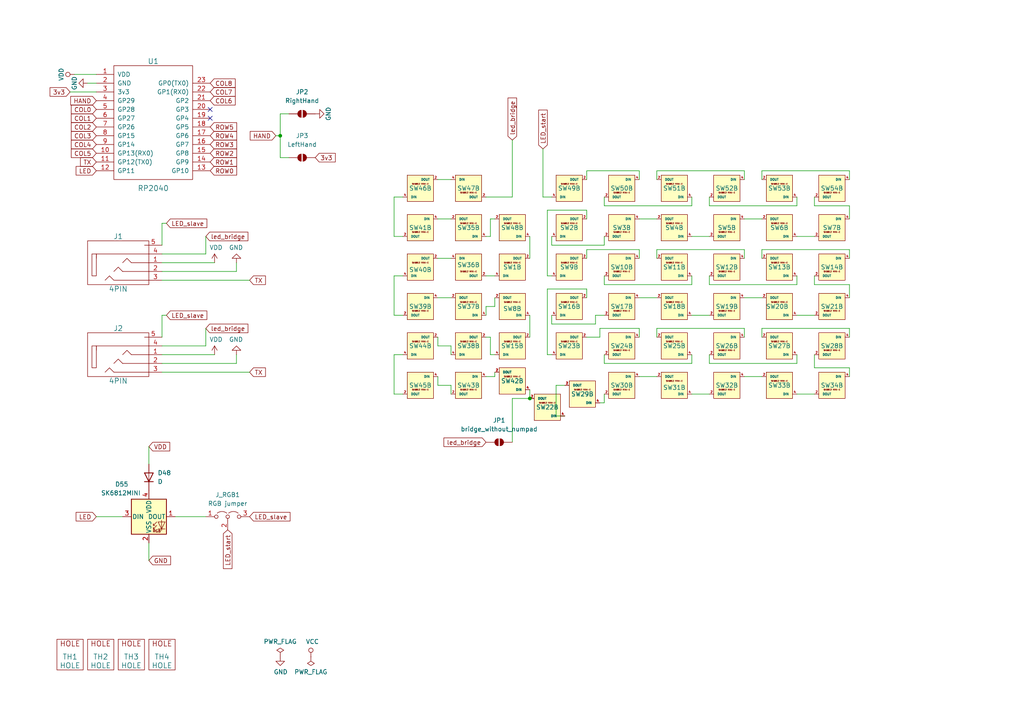
<source format=kicad_sch>
(kicad_sch (version 20231120) (generator "eeschema") (generator_version "8.0")
  (paper "A4")
  (junction (at 454.66 69.85))
  (junction (at 332.74 20.32))
  (junction (at 388.62 12.7))
  (junction (at 454.66 20.32))
  (junction (at 474.98 53.34))
  (junction (at 408.94 60.96))
  (junction (at 429.26 27.94))
  (junction (at 449.58 27.94))
  (junction (at 408.94 44.45))
  (junction (at 373.38 53.34))
  (junction (at 368.3 12.7))
  (junction (at 495.3 20.32))
  (junction (at 408.94 12.7))
  (junction (at 474.98 20.32))
  (junction (at 347.98 93.98))
  (junction (at 449.58 77.47))
  (junction (at 495.3 36.83))
  (junction (at 373.38 5.08))
  (junction (at 449.58 12.7))
  (junction (at 490.22 27.94))
  (junction (at 332.74 53.34))
  (junction (at 393.7 5.08))
  (junction (at 332.74 69.85))
  (junction (at 490.22 60.96))
  (junction (at 388.62 44.45))
  (junction (at 353.06 69.85))
  (junction (at 429.26 77.47))
  (junction (at 408.94 93.98))
  (junction (at 414.02 69.85))
  (junction (at 373.38 69.85))
  (junction (at 469.9 12.7))
  (junction (at 353.06 20.32))
  (junction (at 449.58 60.96))
  (junction (at 434.34 53.34))
  (junction (at 414.02 20.32))
  (junction (at 490.22 44.45))
  (junction (at 353.06 36.83))
  (junction (at 414.02 36.83))
  (junction (at 469.9 93.98))
  (junction (at 454.66 53.34))
  (junction (at 388.62 27.94))
  (junction (at 490.22 93.98))
  (junction (at 347.98 60.96))
  (junction (at 434.34 20.32))
  (junction (at 368.3 27.94))
  (junction (at 388.62 93.98))
  (junction (at 490.22 12.7))
  (junction (at 153.67 115.57))
  (junction (at 347.98 44.45))
  (junction (at 388.62 77.47))
  (junction (at 474.98 69.85))
  (junction (at 414.02 5.08))
  (junction (at 429.26 44.45))
  (junction (at 368.3 60.96))
  (junction (at 474.98 5.08))
  (junction (at 469.9 60.96))
  (junction (at 454.66 36.83))
  (junction (at 347.98 12.7))
  (junction (at 353.06 5.08))
  (junction (at 490.22 77.47))
  (junction (at 388.62 60.96))
  (junction (at 434.34 36.83))
  (junction (at 474.98 36.83))
  (junction (at 434.34 5.08))
  (junction (at 332.74 5.08))
  (junction (at 495.3 53.34))
  (junction (at 469.9 27.94))
  (junction (at 469.9 44.45))
  (junction (at 368.3 44.45))
  (junction (at 368.3 77.47))
  (junction (at 454.66 5.08))
  (junction (at 347.98 77.47))
  (junction (at 393.7 20.32))
  (junction (at 429.26 93.98))
  (junction (at 414.02 53.34))
  (junction (at 393.7 36.83))
  (junction (at 393.7 53.34))
  (junction (at 449.58 44.45))
  (junction (at 434.34 69.85))
  (junction (at 449.58 93.98))
  (junction (at 495.3 69.85))
  (junction (at 408.94 27.94))
  (junction (at 347.98 27.94))
  (junction (at 368.3 93.98))
  (junction (at 81.28 39.37))
  (junction (at 332.74 36.83))
  (junction (at 408.94 77.47))
  (junction (at 373.38 36.83))
  (junction (at 429.26 60.96))
  (junction (at 469.9 77.47))
  (junction (at 495.3 5.08))
  (junction (at 429.26 12.7))
  (junction (at 373.38 20.32))
  (junction (at 393.7 69.85))
  (junction (at 353.06 53.34))
  (no_connect (at 60.96 31.75))
  (no_connect (at 60.96 34.29))
  (wire (pts (xy 408.94 27.94) (xy 429.26 27.94)))
  (wire (pts (xy 353.06 20.32) (xy 353.06 36.83)))
  (wire (pts (xy 116.84 114.3) (xy 114.3 114.3)))
  (wire (pts (xy 469.9 44.45) (xy 490.22 44.45)))
  (wire (pts (xy 454.66 2.54) (xy 454.66 5.08)))
  (wire (pts (xy 347.98 93.98) (xy 368.3 93.98)))
  (wire (pts (xy 220.98 49.53) (xy 246.38 49.53)))
  (wire (pts (xy 175.26 80.01) (xy 175.26 82.55)))
  (wire (pts (xy 474.98 5.08) (xy 474.98 2.54)))
  (wire (pts (xy 172.72 91.44) (xy 172.72 93.98)))
  (wire (pts (xy 408.94 12.7) (xy 429.26 12.7)))
  (wire (pts (xy 220.98 97.79) (xy 220.98 95.25)))
  (wire (pts (xy 25.4 24.13) (xy 27.94 24.13)))
  (wire (pts (xy 175.26 102.87) (xy 175.26 105.41)))
  (wire (pts (xy 353.06 36.83) (xy 353.06 53.34)))
  (wire (pts (xy 175.26 57.15) (xy 175.26 59.69)))
  (wire (pts (xy 393.7 20.32) (xy 393.7 36.83)))
  (wire (pts (xy 332.74 53.34) (xy 332.74 69.85)))
  (wire (pts (xy 170.18 83.82) (xy 158.75 83.82)))
  (wire (pts (xy 153.67 68.58) (xy 153.67 74.93)))
  (wire (pts (xy 185.42 63.5) (xy 190.5 63.5)))
  (wire (pts (xy 170.18 97.79) (xy 173.99 97.79)))
  (wire (pts (xy 322.58 77.47) (xy 347.98 77.47)))
  (wire (pts (xy 434.34 69.85) (xy 434.34 86.36)))
  (wire (pts (xy 80.01 39.37) (xy 81.28 39.37)))
  (wire (pts (xy 200.66 68.58) (xy 205.74 68.58)))
  (wire (pts (xy 246.38 82.55) (xy 246.38 86.36)))
  (wire (pts (xy 160.02 91.44) (xy 160.02 93.98)))
  (wire (pts (xy 114.3 91.44) (xy 114.3 80.01)))
  (wire (pts (xy 388.62 12.7) (xy 408.94 12.7)))
  (wire (pts (xy 143.51 86.36) (xy 143.51 88.9)))
  (wire (pts (xy 46.99 100.33) (xy 59.69 100.33)))
  (wire (pts (xy 429.26 44.45) (xy 449.58 44.45)))
  (wire (pts (xy 246.38 95.25) (xy 246.38 97.79)))
  (wire (pts (xy 205.74 80.01) (xy 205.74 82.55)))
  (wire (pts (xy 231.14 59.69) (xy 231.14 57.15)))
  (wire (pts (xy 388.62 44.45) (xy 368.3 44.45)))
  (wire (pts (xy 114.3 114.3) (xy 114.3 102.87)))
  (wire (pts (xy 215.9 86.36) (xy 220.98 86.36)))
  (wire (pts (xy 332.74 20.32) (xy 332.74 36.83)))
  (wire (pts (xy 454.66 36.83) (xy 454.66 53.34)))
  (wire (pts (xy 490.22 60.96) (xy 510.54 60.96)))
  (wire (pts (xy 140.97 57.15) (xy 148.59 57.15)))
  (wire (pts (xy 114.3 102.87) (xy 116.84 102.87)))
  (wire (pts (xy 140.97 80.01) (xy 143.51 80.01)))
  (wire (pts (xy 474.98 5.08) (xy 474.98 20.32)))
  (wire (pts (xy 469.9 27.94) (xy 490.22 27.94)))
  (wire (pts (xy 62.23 102.87) (xy 46.99 102.87)))
  (wire (pts (xy 231.14 91.44) (xy 236.22 91.44)))
  (wire (pts (xy 175.26 116.84) (xy 175.26 114.3)))
  (wire (pts (xy 190.5 74.93) (xy 190.5 72.39)))
  (wire (pts (xy 408.94 93.98) (xy 429.26 93.98)))
  (wire (pts (xy 46.99 91.44) (xy 48.26 91.44)))
  (wire (pts (xy 388.62 27.94) (xy 368.3 27.94)))
  (wire (pts (xy 127 100.33) (xy 130.81 100.33)))
  (wire (pts (xy 454.66 69.85) (xy 454.66 53.34)))
  (wire (pts (xy 429.26 12.7) (xy 449.58 12.7)))
  (wire (pts (xy 353.06 5.08) (xy 353.06 20.32)))
  (wire (pts (xy 215.9 49.53) (xy 215.9 52.07)))
  (wire (pts (xy 175.26 82.55) (xy 200.66 82.55)))
  (wire (pts (xy 130.81 100.33) (xy 130.81 102.87)))
  (wire (pts (xy 373.38 2.54) (xy 373.38 5.08)))
  (wire (pts (xy 68.58 76.2) (xy 68.58 78.74)))
  (wire (pts (xy 469.9 12.7) (xy 449.58 12.7)))
  (wire (pts (xy 142.24 97.79) (xy 142.24 102.87)))
  (wire (pts (xy 143.51 63.5) (xy 142.24 63.5)))
  (wire (pts (xy 127 52.07) (xy 130.81 52.07)))
  (wire (pts (xy 408.94 60.96) (xy 388.62 60.96)))
  (wire (pts (xy 236.22 80.01) (xy 236.22 82.55)))
  (wire (pts (xy 43.18 129.54) (xy 43.18 134.62)))
  (wire (pts (xy 474.98 53.34) (xy 474.98 69.85)))
  (wire (pts (xy 173.99 95.25) (xy 185.42 95.25)))
  (wire (pts (xy 200.66 105.41) (xy 200.66 102.87)))
  (wire (pts (xy 414.02 2.54) (xy 414.02 5.08)))
  (wire (pts (xy 130.81 114.3) (xy 130.81 111.76)))
  (wire (pts (xy 368.3 77.47) (xy 388.62 77.47)))
  (wire (pts (xy 495.3 36.83) (xy 495.3 53.34)))
  (wire (pts (xy 469.9 93.98) (xy 490.22 93.98)))
  (wire (pts (xy 495.3 20.32) (xy 495.3 36.83)))
  (wire (pts (xy 127 86.36) (xy 130.81 86.36)))
  (wire (pts (xy 175.26 59.69) (xy 200.66 59.69)))
  (wire (pts (xy 474.98 69.85) (xy 474.98 86.36)))
  (wire (pts (xy 429.26 93.98) (xy 449.58 93.98)))
  (wire (pts (xy 373.38 36.83) (xy 373.38 53.34)))
  (wire (pts (xy 408.94 44.45) (xy 429.26 44.45)))
  (wire (pts (xy 236.22 57.15) (xy 236.22 59.69)))
  (wire (pts (xy 347.98 44.45) (xy 322.58 44.45)))
  (wire (pts (xy 158.75 83.82) (xy 158.75 102.87)))
  (wire (pts (xy 434.34 36.83) (xy 434.34 53.34)))
  (wire (pts (xy 408.94 27.94) (xy 388.62 27.94)))
  (wire (pts (xy 236.22 82.55) (xy 246.38 82.55)))
  (wire (pts (xy 161.29 111.76) (xy 161.29 120.65)))
  (wire (pts (xy 140.97 97.79) (xy 142.24 97.79)))
  (wire (pts (xy 215.9 95.25) (xy 215.9 97.79)))
  (wire (pts (xy 434.34 20.32) (xy 434.34 36.83)))
  (wire (pts (xy 347.98 12.7) (xy 322.58 12.7)))
  (wire (pts (xy 414.02 36.83) (xy 414.02 53.34)))
  (wire (pts (xy 153.67 91.44) (xy 153.67 97.79)))
  (wire (pts (xy 27.94 149.86) (xy 35.56 149.86)))
  (wire (pts (xy 414.02 69.85) (xy 414.02 86.36)))
  (wire (pts (xy 495.3 69.85) (xy 495.3 86.36)))
  (wire (pts (xy 495.3 2.54) (xy 495.3 5.08)))
  (wire (pts (xy 205.74 105.41) (xy 231.14 105.41)))
  (wire (pts (xy 46.99 107.95) (xy 72.39 107.95)))
  (wire (pts (xy 205.74 82.55) (xy 231.14 82.55)))
  (wire (pts (xy 495.3 53.34) (xy 495.3 69.85)))
  (wire (pts (xy 347.98 27.94) (xy 322.58 27.94)))
  (wire (pts (xy 353.06 69.85) (xy 353.06 86.36)))
  (wire (pts (xy 490.22 27.94) (xy 510.54 27.94)))
  (wire (pts (xy 408.94 44.45) (xy 388.62 44.45)))
  (wire (pts (xy 68.58 102.87) (xy 68.58 105.41)))
  (wire (pts (xy 200.66 114.3) (xy 205.74 114.3)))
  (wire (pts (xy 490.22 77.47) (xy 510.54 77.47)))
  (wire (pts (xy 429.26 27.94) (xy 449.58 27.94)))
  (wire (pts (xy 220.98 74.93) (xy 220.98 72.39)))
  (wire (pts (xy 170.18 74.93) (xy 170.18 72.39)))
  (wire (pts (xy 142.24 63.5) (xy 142.24 68.58)))
  (wire (pts (xy 388.62 60.96) (xy 368.3 60.96)))
  (wire (pts (xy 215.9 63.5) (xy 220.98 63.5)))
  (wire (pts (xy 50.8 149.86) (xy 59.69 149.86)))
  (wire (pts (xy 185.42 86.36) (xy 190.5 86.36)))
  (wire (pts (xy 185.42 109.22) (xy 190.5 109.22)))
  (wire (pts (xy 190.5 72.39) (xy 215.9 72.39)))
  (wire (pts (xy 246.38 106.68) (xy 246.38 109.22)))
  (wire (pts (xy 368.3 27.94) (xy 347.98 27.94)))
  (wire (pts (xy 322.58 93.98) (xy 347.98 93.98)))
  (wire (pts (xy 429.26 77.47) (xy 449.58 77.47)))
  (wire (pts (xy 68.58 105.41) (xy 46.99 105.41)))
  (wire (pts (xy 127 111.76) (xy 127 109.22)))
  (wire (pts (xy 236.22 106.68) (xy 246.38 106.68)))
  (wire (pts (xy 454.66 20.32) (xy 454.66 36.83)))
  (wire (pts (xy 160.02 71.12) (xy 160.02 68.58)))
  (wire (pts (xy 393.7 69.85) (xy 393.7 86.36)))
  (wire (pts (xy 368.3 12.7) (xy 347.98 12.7)))
  (wire (pts (xy 490.22 44.45) (xy 510.54 44.45)))
  (wire (pts (xy 490.22 93.98) (xy 510.54 93.98)))
  (wire (pts (xy 163.83 111.76) (xy 161.29 111.76)))
  (wire (pts (xy 434.34 5.08) (xy 434.34 20.32)))
  (wire (pts (xy 170.18 72.39) (xy 185.42 72.39)))
  (wire (pts (xy 368.3 93.98) (xy 388.62 93.98)))
  (wire (pts (xy 246.38 49.53) (xy 246.38 52.07)))
  (wire (pts (xy 414.02 20.32) (xy 414.02 36.83)))
  (wire (pts (xy 368.3 44.45) (xy 347.98 44.45)))
  (wire (pts (xy 46.99 64.77) (xy 48.26 64.77)))
  (wire (pts (xy 231.14 105.41) (xy 231.14 102.87)))
  (wire (pts (xy 127 74.93) (xy 130.81 74.93)))
  (wire (pts (xy 200.66 82.55) (xy 200.66 80.01)))
  (wire (pts (xy 130.81 111.76) (xy 127 111.76)))
  (wire (pts (xy 161.29 120.65) (xy 163.83 120.65)))
  (wire (pts (xy 373.38 5.08) (xy 373.38 20.32)))
  (wire (pts (xy 388.62 93.98) (xy 408.94 93.98)))
  (wire (pts (xy 127 97.79) (xy 127 100.33)))
  (wire (pts (xy 353.06 2.54) (xy 353.06 5.08)))
  (wire (pts (xy 81.28 39.37) (xy 81.28 45.72)))
  (wire (pts (xy 469.9 12.7) (xy 490.22 12.7)))
  (wire (pts (xy 205.74 59.69) (xy 205.74 57.15)))
  (wire (pts (xy 469.9 60.96) (xy 490.22 60.96)))
  (wire (pts (xy 393.7 5.08) (xy 393.7 20.32)))
  (wire (pts (xy 368.3 12.7) (xy 388.62 12.7)))
  (wire (pts (xy 215.9 72.39) (xy 215.9 74.93)))
  (wire (pts (xy 175.26 91.44) (xy 172.72 91.44)))
  (wire (pts (xy 469.9 77.47) (xy 490.22 77.47)))
  (wire (pts (xy 220.98 52.07) (xy 220.98 49.53)))
  (wire (pts (xy 469.9 27.94) (xy 449.58 27.94)))
  (wire (pts (xy 347.98 77.47) (xy 368.3 77.47)))
  (wire (pts (xy 153.67 113.03) (xy 153.67 115.57)))
  (wire (pts (xy 158.75 60.96) (xy 158.75 80.01)))
  (wire (pts (xy 236.22 102.87) (xy 236.22 106.68)))
  (wire (pts (xy 142.24 102.87) (xy 143.51 102.87)))
  (wire (pts (xy 246.38 72.39) (xy 246.38 74.93)))
  (wire (pts (xy 373.38 53.34) (xy 373.38 69.85)))
  (wire (pts (xy 114.3 68.58) (xy 114.3 57.15)))
  (wire (pts (xy 414.02 53.34) (xy 414.02 69.85)))
  (wire (pts (xy 231.14 68.58) (xy 236.22 68.58)))
  (wire (pts (xy 393.7 2.54) (xy 393.7 5.08)))
  (wire (pts (xy 190.5 97.79) (xy 190.5 95.25)))
  (wire (pts (xy 158.75 80.01) (xy 160.02 80.01)))
  (wire (pts (xy 449.58 60.96) (xy 469.9 60.96)))
  (wire (pts (xy 231.14 82.55) (xy 231.14 80.01)))
  (wire (pts (xy 449.58 77.47) (xy 469.9 77.47)))
  (wire (pts (xy 454.66 5.08) (xy 454.66 20.32)))
  (wire (pts (xy 205.74 102.87) (xy 205.74 105.41)))
  (wire (pts (xy 140.97 88.9) (xy 140.97 91.44)))
  (wire (pts (xy 434.34 2.54) (xy 434.34 5.08)))
  (wire (pts (xy 353.06 53.34) (xy 353.06 69.85)))
  (wire (pts (xy 490.22 12.7) (xy 510.54 12.7)))
  (wire (pts (xy 175.26 71.12) (xy 160.02 71.12)))
  (wire (pts (xy 434.34 53.34) (xy 434.34 69.85)))
  (wire (pts (xy 474.98 36.83) (xy 474.98 20.32)))
  (wire (pts (xy 220.98 72.39) (xy 246.38 72.39)))
  (wire (pts (xy 148.59 115.57) (xy 153.67 115.57)))
  (wire (pts (xy 170.18 63.5) (xy 170.18 60.96)))
  (wire (pts (xy 185.42 95.25) (xy 185.42 97.79)))
  (wire (pts (xy 347.98 60.96) (xy 322.58 60.96)))
  (wire (pts (xy 143.51 88.9) (xy 140.97 88.9)))
  (wire (pts (xy 127 63.5) (xy 130.81 63.5)))
  (wire (pts (xy 200.66 91.44) (xy 205.74 91.44)))
  (wire (pts (xy 215.9 109.22) (xy 220.98 109.22)))
  (wire (pts (xy 246.38 59.69) (xy 246.38 63.5)))
  (wire (pts (xy 368.3 60.96) (xy 347.98 60.96)))
  (wire (pts (xy 83.82 45.72) (xy 81.28 45.72)))
  (wire (pts (xy 143.51 109.22) (xy 143.51 107.95)))
  (wire (pts (xy 46.99 97.79) (xy 46.99 91.44)))
  (wire (pts (xy 170.18 60.96) (xy 158.75 60.96)))
  (wire (pts (xy 157.48 43.18) (xy 157.48 57.15)))
  (wire (pts (xy 332.74 36.83) (xy 332.74 53.34)))
  (wire (pts (xy 474.98 53.34) (xy 474.98 36.83)))
  (wire (pts (xy 393.7 53.34) (xy 393.7 69.85)))
  (wire (pts (xy 414.02 5.08) (xy 414.02 20.32)))
  (wire (pts (xy 190.5 52.07) (xy 190.5 49.53)))
  (wire (pts (xy 116.84 91.44) (xy 114.3 91.44)))
  (wire (pts (xy 170.18 49.53) (xy 185.42 49.53)))
  (wire (pts (xy 81.28 39.37) (xy 81.28 33.02)))
  (wire (pts (xy 175.26 105.41) (xy 200.66 105.41)))
  (wire (pts (xy 170.18 86.36) (xy 170.18 83.82)))
  (wire (pts (xy 408.94 60.96) (xy 429.26 60.96)))
  (wire (pts (xy 114.3 57.15) (xy 116.84 57.15)))
  (wire (pts (xy 220.98 95.25) (xy 246.38 95.25)))
  (wire (pts (xy 185.42 72.39) (xy 185.42 74.93)))
  (wire (pts (xy 200.66 59.69) (xy 200.66 57.15)))
  (wire (pts (xy 81.28 33.02) (xy 83.82 33.02)))
  (wire (pts (xy 21.59 21.59) (xy 27.94 21.59)))
  (wire (pts (xy 43.18 157.48) (xy 43.18 162.56)))
  (wire (pts (xy 46.99 71.12) (xy 46.99 64.77)))
  (wire (pts (xy 332.74 69.85) (xy 332.74 86.36)))
  (wire (pts (xy 46.99 73.66) (xy 59.69 73.66)))
  (wire (pts (xy 190.5 95.25) (xy 215.9 95.25)))
  (wire (pts (xy 148.59 40.64) (xy 148.59 57.15)))
  (wire (pts (xy 388.62 77.47) (xy 408.94 77.47)))
  (wire (pts (xy 157.48 57.15) (xy 160.02 57.15)))
  (wire (pts (xy 59.69 95.25) (xy 59.69 100.33)))
  (wire (pts (xy 114.3 80.01) (xy 116.84 80.01)))
  (wire (pts (xy 142.24 68.58) (xy 140.97 68.58)))
  (wire (pts (xy 158.75 102.87) (xy 160.02 102.87)))
  (wire (pts (xy 140.97 109.22) (xy 143.51 109.22)))
  (wire (pts (xy 59.69 68.58) (xy 59.69 73.66)))
  (wire (pts (xy 46.99 81.28) (xy 72.39 81.28)))
  (wire (pts (xy 454.66 69.85) (xy 454.66 86.36)))
  (wire (pts (xy 173.99 97.79) (xy 173.99 95.25)))
  (wire (pts (xy 449.58 93.98) (xy 469.9 93.98)))
  (wire (pts (xy 373.38 20.32) (xy 373.38 36.83)))
  (wire (pts (xy 373.38 69.85) (xy 373.38 86.36)))
  (wire (pts (xy 175.26 68.58) (xy 175.26 71.12)))
  (wire (pts (xy 393.7 36.83) (xy 393.7 53.34)))
  (wire (pts (xy 68.58 78.74) (xy 46.99 78.74)))
  (wire (pts (xy 231.14 59.69) (xy 205.74 59.69)))
  (wire (pts (xy 185.42 49.53) (xy 185.42 52.07)))
  (wire (pts (xy 148.59 128.27) (xy 148.59 115.57)))
  (wire (pts (xy 173.99 116.84) (xy 175.26 116.84)))
  (wire (pts (xy 408.94 77.47) (xy 429.26 77.47)))
  (wire (pts (xy 429.26 60.96) (xy 449.58 60.96)))
  (wire (pts (xy 190.5 49.53) (xy 215.9 49.53)))
  (wire (pts (xy 231.14 114.3) (xy 236.22 114.3)))
  (wire (pts (xy 332.74 5.08) (xy 332.74 20.32)))
  (wire (pts (xy 172.72 93.98) (xy 160.02 93.98)))
  (wire (pts (xy 116.84 68.58) (xy 114.3 68.58)))
  (wire (pts (xy 449.58 44.45) (xy 469.9 44.45)))
  (wire (pts (xy 495.3 5.08) (xy 495.3 20.32)))
  (wire (pts (xy 20.32 26.67) (xy 27.94 26.67)))
  (wire (pts (xy 170.18 52.07) (xy 170.18 49.53)))
  (wire (pts (xy 332.74 2.54) (xy 332.74 5.08)))
  (wire (pts (xy 62.23 76.2) (xy 46.99 76.2)))
  (wire (pts (xy 236.22 59.69) (xy 246.38 59.69)))
  (global_label "ROW1" (shape input) (at 322.58 27.94 180) (property "Intersheetrefs" "${INTERSHEET_REFS}" (effects (hide yes))))
  (global_label "COL0" (shape input) (at 27.94 31.75 180) (property "Intersheetrefs" "${INTERSHEET_REFS}" (effects (hide yes))))
  (global_label "COL0" (shape input) (at 495.3 2.54 90) (property "Intersheetrefs" "${INTERSHEET_REFS}" (effects (hide yes))))
  (global_label "COL5" (shape input) (at 27.94 44.45 180) (property "Intersheetrefs" "${INTERSHEET_REFS}" (effects (hide yes))))
  (global_label "led_bridge" (shape input) (at 59.69 95.25 0) (property "Intersheetrefs" "${INTERSHEET_REFS}" (effects (hide yes))))
  (global_label "TX" (shape input) (at 27.94 46.99 180) (property "Intersheetrefs" "${INTERSHEET_REFS}" (effects (hide yes))))
  (global_label "ROW2" (shape input) (at 322.58 44.45 180) (property "Intersheetrefs" "${INTERSHEET_REFS}" (effects (hide yes))))
  (global_label "COL7" (shape input) (at 60.96 26.67 0) (property "Intersheetrefs" "${INTERSHEET_REFS}" (effects (hide yes))))
  (global_label "TX" (shape input) (at 72.39 107.95 0) (property "Intersheetrefs" "${INTERSHEET_REFS}" (effects (hide yes))))
  (global_label "ROW1" (shape input) (at 60.96 46.99 0) (property "Intersheetrefs" "${INTERSHEET_REFS}" (effects (hide yes))))
  (global_label "COL2" (shape input) (at 454.66 2.54 90) (property "Intersheetrefs" "${INTERSHEET_REFS}" (effects (hide yes))))
  (global_label "ROW4" (shape input) (at 322.58 77.47 180) (property "Intersheetrefs" "${INTERSHEET_REFS}" (effects (hide yes))))
  (global_label "3v3" (shape input) (at 20.32 26.67 180) (property "Intersheetrefs" "${INTERSHEET_REFS}" (effects (hide yes))))
  (global_label "COL3" (shape input) (at 27.94 39.37 180) (property "Intersheetrefs" "${INTERSHEET_REFS}" (effects (hide yes))))
  (global_label "COL2" (shape input) (at 27.94 36.83 180) (property "Intersheetrefs" "${INTERSHEET_REFS}" (effects (hide yes))))
  (global_label "LED_slave" (shape input) (at 48.26 64.77 0) (property "Intersheetrefs" "${INTERSHEET_REFS}" (effects (hide yes))))
  (global_label "LED" (shape input) (at 27.94 49.53 180) (property "Intersheetrefs" "${INTERSHEET_REFS}" (effects (hide yes))))
  (global_label "3v3" (shape input) (at 91.44 45.72 0) (property "Intersheetrefs" "${INTERSHEET_REFS}" (effects (hide yes))))
  (global_label "COL6" (shape input) (at 373.38 2.54 90) (property "Intersheetrefs" "${INTERSHEET_REFS}" (effects (hide yes))))
  (global_label "COL1" (shape input) (at 474.98 2.54 90) (property "Intersheetrefs" "${INTERSHEET_REFS}" (effects (hide yes))))
  (global_label "TX" (shape input) (at 72.39 81.28 0) (property "Intersheetrefs" "${INTERSHEET_REFS}" (effects (hide yes))))
  (global_label "COL8" (shape input) (at 60.96 24.13 0) (property "Intersheetrefs" "${INTERSHEET_REFS}" (effects (hide yes))))
  (global_label "COL7" (shape input) (at 353.06 2.54 90) (property "Intersheetrefs" "${INTERSHEET_REFS}" (effects (hide yes))))
  (global_label "COL3" (shape input) (at 434.34 2.54 90) (property "Intersheetrefs" "${INTERSHEET_REFS}" (effects (hide yes))))
  (global_label "COL5" (shape input) (at 393.7 2.54 90) (property "Intersheetrefs" "${INTERSHEET_REFS}" (effects (hide yes))))
  (global_label "led_bridge" (shape input) (at 140.97 128.27 180) (property "Intersheetrefs" "${INTERSHEET_REFS}" (effects (hide yes))))
  (global_label "COL4" (shape input) (at 27.94 41.91 180) (property "Intersheetrefs" "${INTERSHEET_REFS}" (effects (hide yes))))
  (global_label "ROW2" (shape input) (at 60.96 44.45 0) (property "Intersheetrefs" "${INTERSHEET_REFS}" (effects (hide yes))))
  (global_label "ROW4" (shape input) (at 60.96 39.37 0) (property "Intersheetrefs" "${INTERSHEET_REFS}" (effects (hide yes))))
  (global_label "LED_start" (shape input) (at 157.48 43.18 90) (property "Intersheetrefs" "${INTERSHEET_REFS}" (effects (hide yes))))
  (global_label "COL1" (shape input) (at 27.94 34.29 180) (property "Intersheetrefs" "${INTERSHEET_REFS}" (effects (hide yes))))
  (global_label "LED" (shape input) (at 27.94 149.86 180) (property "Intersheetrefs" "${INTERSHEET_REFS}" (effects (hide yes))))
  (global_label "ROW3" (shape input) (at 60.96 41.91 0) (property "Intersheetrefs" "${INTERSHEET_REFS}" (effects (hide yes))))
  (global_label "VDD" (shape input) (at 43.18 129.54 0) (property "Intersheetrefs" "${INTERSHEET_REFS}" (effects (hide yes))))
  (global_label "ROW0" (shape input) (at 322.58 12.7 180) (property "Intersheetrefs" "${INTERSHEET_REFS}" (effects (hide yes))))
  (global_label "ROW0" (shape input) (at 60.96 49.53 0) (property "Intersheetrefs" "${INTERSHEET_REFS}" (effects (hide yes))))
  (global_label "LED_slave" (shape input) (at 72.39 149.86 0) (property "Intersheetrefs" "${INTERSHEET_REFS}" (effects (hide yes))))
  (global_label "ROW3" (shape input) (at 322.58 60.96 180) (property "Intersheetrefs" "${INTERSHEET_REFS}" (effects (hide yes))))
  (global_label "HAND" (shape input) (at 80.01 39.37 180) (property "Intersheetrefs" "${INTERSHEET_REFS}" (effects (hide yes))))
  (global_label "COL8" (shape input) (at 332.74 2.54 90) (property "Intersheetrefs" "${INTERSHEET_REFS}" (effects (hide yes))))
  (global_label "ROW5" (shape input) (at 322.58 93.98 180) (property "Intersheetrefs" "${INTERSHEET_REFS}" (effects (hide yes))))
  (global_label "LED_slave" (shape input) (at 48.26 91.44 0) (property "Intersheetrefs" "${INTERSHEET_REFS}" (effects (hide yes))))
  (global_label "LED_start" (shape input) (at 66.04 153.67 270) (property "Intersheetrefs" "${INTERSHEET_REFS}" (effects (hide yes))))
  (global_label "ROW5" (shape input) (at 60.96 36.83 0) (property "Intersheetrefs" "${INTERSHEET_REFS}" (effects (hide yes))))
  (global_label "GND" (shape input) (at 43.18 162.56 0) (property "Intersheetrefs" "${INTERSHEET_REFS}" (effects (hide yes))))
  (global_label "HAND" (shape input) (at 27.94 29.21 180) (property "Intersheetrefs" "${INTERSHEET_REFS}" (effects (hide yes))))
  (global_label "COL6" (shape input) (at 60.96 29.21 0) (property "Intersheetrefs" "${INTERSHEET_REFS}" (effects (hide yes))))
  (global_label "led_bridge" (shape input) (at 148.59 40.64 90) (property "Intersheetrefs" "${INTERSHEET_REFS}" (effects (hide yes))))
  (global_label "COL4" (shape input) (at 414.02 2.54 90) (property "Intersheetrefs" "${INTERSHEET_REFS}" (effects (hide yes))))
  (global_label "led_bridge" (shape input) (at 59.69 68.58 0) (property "Intersheetrefs" "${INTERSHEET_REFS}" (effects (hide yes))))
  (symbol (lib_id "SofleKeyboard-rescue:ProMicro_2-Lily58-cache-Lily58_Pro-rescue") (at 44.45 35.56 0) (unit 1)
    (property "Reference" "U1" (at 44.45 17.78 0) (effects (font (size 1.524 1.524))))
    (property "Value" "RP2040" (at 44.45 54.61 0) (effects (font (size 1.524 1.524))))
    (property "Footprint" "mcu:rp2040-zero-smd" (effects (hide yes)))
  )
  (symbol (lib_id "SofleKeyboard:SW_PUSH_LED") (at 421.64 86.36 0) (unit 1)
    (property "Reference" "SW30" (at 421.64 82.55 0))
    (property "Value" "SW_PUSH_LED" (effects (hide yes)))
    (property "Footprint" "SofleChoc:Choc_Hotswap_SK6812MiniE" (effects (hide yes)))
  )
  (symbol (lib_id "SofleKeyboard:SW_PUSH_LED") (at 381 20.32 0) (unit 1)
    (property "Reference" "SW1" (at 381 16.51 0))
    (property "Value" "SW_PUSH_LED" (effects (hide yes)))
    (property "Footprint" "SofleChoc:Choc_Hotswap_SK6812MiniE" (effects (hide yes)))
  )
  (symbol (lib_id "SofleKeyboard-rescue:D-Lily58-cache-Lily58_Pro-rescue") (at 388.62 24.13 90) (unit 1)
    (property "Reference" "D1" (at 384.302 22.606 90) (effects (justify right)))
    (property "Value" "D" (effects (hide yes)))
    (property "Footprint" "SofleChoc:crkbd-diode" (effects (hide yes)))
  )
  (symbol (lib_id "SofleKeyboard:SW_PUSH_LED") (at 401.32 20.32 0) (unit 1)
    (property "Reference" "SW2" (at 401.32 16.51 0))
    (property "Value" "SW_PUSH_LED" (effects (hide yes)))
    (property "Footprint" "SofleChoc:Choc_Hotswap_SK6812MiniE" (effects (hide yes)))
  )
  (symbol (lib_id "SofleKeyboard-rescue:D-Lily58-cache-Lily58_Pro-rescue") (at 408.94 24.13 90) (unit 1)
    (property "Reference" "D2" (at 404.622 22.606 90) (effects (justify right)))
    (property "Value" "D" (effects (hide yes)))
    (property "Footprint" "SofleChoc:crkbd-diode" (effects (hide yes)))
  )
  (symbol (lib_id "SofleKeyboard:SW_PUSH_LED") (at 421.64 20.32 0) (unit 1)
    (property "Reference" "SW3" (at 421.64 16.51 0))
    (property "Value" "SW_PUSH_LED" (effects (hide yes)))
    (property "Footprint" "SofleChoc:Choc_Hotswap_SK6812MiniE" (effects (hide yes)))
  )
  (symbol (lib_id "SofleKeyboard-rescue:D-Lily58-cache-Lily58_Pro-rescue") (at 429.26 24.13 90) (unit 1)
    (property "Reference" "D3" (at 424.942 22.606 90) (effects (justify right)))
    (property "Value" "D" (effects (hide yes)))
    (property "Footprint" "SofleChoc:crkbd-diode" (effects (hide yes)))
  )
  (symbol (lib_id "SofleKeyboard:SW_PUSH_LED") (at 441.96 20.32 0) (unit 1)
    (property "Reference" "SW4" (at 441.706 16.51 0))
    (property "Value" "SW_PUSH_LED" (effects (hide yes)))
    (property "Footprint" "SofleChoc:Choc_Hotswap_SK6812MiniE" (effects (hide yes)))
  )
  (symbol (lib_id "SofleKeyboard-rescue:D-Lily58-cache-Lily58_Pro-rescue") (at 449.58 24.13 90) (unit 1)
    (property "Reference" "D4" (at 445.262 22.606 90) (effects (justify right)))
    (property "Value" "D" (effects (hide yes)))
    (property "Footprint" "SofleChoc:crkbd-diode" (effects (hide yes)))
  )
  (symbol (lib_id "SofleKeyboard:SW_PUSH_LED") (at 462.28 20.32 0) (unit 1)
    (property "Reference" "SW5" (at 462.28 16.51 0))
    (property "Value" "SW_PUSH_LED" (effects (hide yes)))
    (property "Footprint" "SofleChoc:Choc_Hotswap_SK6812MiniE" (effects (hide yes)))
  )
  (symbol (lib_id "SofleKeyboard-rescue:D-Lily58-cache-Lily58_Pro-rescue") (at 469.9 24.13 90) (unit 1)
    (property "Reference" "D5" (at 465.582 22.606 90) (effects (justify right)))
    (property "Value" "D" (effects (hide yes)))
    (property "Footprint" "SofleChoc:crkbd-diode" (effects (hide yes)))
  )
  (symbol (lib_id "SofleKeyboard:SW_PUSH_LED") (at 482.6 20.32 0) (unit 1)
    (property "Reference" "SW6" (at 482.6 16.51 0))
    (property "Value" "SW_PUSH_LED" (effects (hide yes)))
    (property "Footprint" "SofleChoc:Choc_Hotswap_SK6812MiniE" (effects (hide yes)))
  )
  (symbol (lib_id "SofleKeyboard-rescue:D-Lily58-cache-Lily58_Pro-rescue") (at 490.22 24.13 90) (unit 1)
    (property "Reference" "D6" (at 485.902 22.606 90) (effects (justify right)))
    (property "Value" "D" (effects (hide yes)))
    (property "Footprint" "SofleChoc:crkbd-diode" (effects (hide yes)))
  )
  (symbol (lib_id "SofleKeyboard:SW_PUSH_LED") (at 401.32 36.83 0) (unit 1)
    (property "Reference" "SW9" (at 401.32 33.02 0))
    (property "Value" "SW_PUSH_LED" (effects (hide yes)))
    (property "Footprint" "SofleChoc:Choc_Hotswap_SK6812MiniE" (effects (hide yes)))
  )
  (symbol (lib_id "SofleKeyboard:SW_PUSH_LED") (at 421.64 36.83 0) (unit 1)
    (property "Reference" "SW10" (at 421.64 33.02 0))
    (property "Value" "SW_PUSH_LED" (effects (hide yes)))
    (property "Footprint" "SofleChoc:Choc_Hotswap_SK6812MiniE" (effects (hide yes)))
  )
  (symbol (lib_id "SofleKeyboard:SW_PUSH_LED") (at 441.96 36.83 0) (unit 1)
    (property "Reference" "SW11" (at 441.96 33.02 0))
    (property "Value" "SW_PUSH_LED" (effects (hide yes)))
    (property "Footprint" "SofleChoc:Choc_Hotswap_SK6812MiniE" (effects (hide yes)))
  )
  (symbol (lib_id "SofleKeyboard:SW_PUSH_LED") (at 462.28 36.83 0) (unit 1)
    (property "Reference" "SW12" (at 462.28 33.02 0))
    (property "Value" "SW_PUSH_LED" (effects (hide yes)))
    (property "Footprint" "SofleChoc:Choc_Hotswap_SK6812MiniE" (effects (hide yes)))
  )
  (symbol (lib_id "SofleKeyboard:SW_PUSH_LED") (at 482.6 36.83 0) (unit 1)
    (property "Reference" "SW13" (at 482.6 33.02 0))
    (property "Value" "SW_PUSH_LED" (effects (hide yes)))
    (property "Footprint" "SofleChoc:Choc_Hotswap_SK6812MiniE" (effects (hide yes)))
  )
  (symbol (lib_id "SofleKeyboard:SW_PUSH_LED") (at 381 36.83 0) (unit 1)
    (property "Reference" "SW8" (at 381 33.02 0))
    (property "Value" "SW_PUSH_LED" (effects (hide yes)))
    (property "Footprint" "SofleChoc:Choc_Hotswap_SK6812MiniE" (effects (hide yes)))
  )
  (symbol (lib_id "SofleKeyboard-rescue:D-Lily58-cache-Lily58_Pro-rescue") (at 388.62 40.64 90) (unit 1)
    (property "Reference" "D8" (at 384.048 39.37 90) (effects (justify right)))
    (property "Value" "D" (effects (hide yes)))
    (property "Footprint" "SofleChoc:crkbd-diode" (effects (hide yes)))
  )
  (symbol (lib_id "SofleKeyboard-rescue:D-Lily58-cache-Lily58_Pro-rescue") (at 408.94 40.64 90) (unit 1)
    (property "Reference" "D9" (at 404.368 39.37 90) (effects (justify right)))
    (property "Value" "D" (effects (hide yes)))
    (property "Footprint" "SofleChoc:crkbd-diode" (effects (hide yes)))
  )
  (symbol (lib_id "SofleKeyboard-rescue:D-Lily58-cache-Lily58_Pro-rescue") (at 429.26 40.64 90) (unit 1)
    (property "Reference" "D10" (at 423.672 39.37 90) (effects (justify right)))
    (property "Value" "D" (effects (hide yes)))
    (property "Footprint" "SofleChoc:crkbd-diode" (effects (hide yes)))
  )
  (symbol (lib_id "SofleKeyboard-rescue:D-Lily58-cache-Lily58_Pro-rescue") (at 449.58 40.64 90) (unit 1)
    (property "Reference" "D11" (at 443.992 39.37 90) (effects (justify right)))
    (property "Value" "D" (effects (hide yes)))
    (property "Footprint" "SofleChoc:crkbd-diode" (effects (hide yes)))
  )
  (symbol (lib_id "SofleKeyboard-rescue:D-Lily58-cache-Lily58_Pro-rescue") (at 469.9 40.64 90) (unit 1)
    (property "Reference" "D12" (at 464.312 39.37 90) (effects (justify right)))
    (property "Value" "D" (effects (hide yes)))
    (property "Footprint" "SofleChoc:crkbd-diode" (effects (hide yes)))
  )
  (symbol (lib_id "SofleKeyboard-rescue:D-Lily58-cache-Lily58_Pro-rescue") (at 490.22 40.64 90) (unit 1)
    (property "Reference" "D13" (at 484.632 39.37 90) (effects (justify right)))
    (property "Value" "D" (effects (hide yes)))
    (property "Footprint" "SofleChoc:crkbd-diode" (effects (hide yes)))
  )
  (symbol (lib_id "SofleKeyboard:SW_PUSH_LED") (at 381 53.34 0) (unit 1)
    (property "Reference" "SW15" (at 381 49.53 0))
    (property "Value" "SW_PUSH_LED" (effects (hide yes)))
    (property "Footprint" "SofleChoc:Choc_Hotswap_SK6812MiniE" (effects (hide yes)))
  )
  (symbol (lib_id "SofleKeyboard:SW_PUSH_LED") (at 401.32 53.34 0) (unit 1)
    (property "Reference" "SW16" (at 401.32 49.53 0))
    (property "Value" "SW_PUSH_LED" (effects (hide yes)))
    (property "Footprint" "SofleChoc:Choc_Hotswap_SK6812MiniE" (effects (hide yes)))
  )
  (symbol (lib_id "SofleKeyboard:SW_PUSH_LED") (at 421.64 53.34 0) (unit 1)
    (property "Reference" "SW17" (at 421.64 49.53 0))
    (property "Value" "SW_PUSH_LED" (effects (hide yes)))
    (property "Footprint" "SofleChoc:Choc_Hotswap_SK6812MiniE" (effects (hide yes)))
  )
  (symbol (lib_id "SofleKeyboard:SW_PUSH_LED") (at 441.96 53.34 0) (unit 1)
    (property "Reference" "SW18" (at 441.96 49.53 0))
    (property "Value" "SW_PUSH_LED" (effects (hide yes)))
    (property "Footprint" "SofleChoc:Choc_Hotswap_SK6812MiniE" (effects (hide yes)))
  )
  (symbol (lib_id "SofleKeyboard:SW_PUSH_LED") (at 462.28 53.34 0) (unit 1)
    (property "Reference" "SW19" (at 462.28 49.53 0))
    (property "Value" "SW_PUSH_LED" (effects (hide yes)))
    (property "Footprint" "SofleChoc:Choc_Hotswap_SK6812MiniE" (effects (hide yes)))
  )
  (symbol (lib_id "SofleKeyboard:SW_PUSH_LED") (at 482.6 53.34 0) (unit 1)
    (property "Reference" "SW20" (at 482.6 49.53 0))
    (property "Value" "SW_PUSH_LED" (effects (hide yes)))
    (property "Footprint" "SofleChoc:Choc_Hotswap_SK6812MiniE" (effects (hide yes)))
  )
  (symbol (lib_id "SofleKeyboard-rescue:D-Lily58-cache-Lily58_Pro-rescue") (at 388.62 57.15 90) (unit 1)
    (property "Reference" "D15" (at 382.778 56.134 90) (effects (justify right)))
    (property "Value" "D" (effects (hide yes)))
    (property "Footprint" "SofleChoc:crkbd-diode" (effects (hide yes)))
  )
  (symbol (lib_id "SofleKeyboard-rescue:D-Lily58-cache-Lily58_Pro-rescue") (at 408.94 57.15 90) (unit 1)
    (property "Reference" "D16" (at 403.098 55.88 90) (effects (justify right)))
    (property "Value" "D" (effects (hide yes)))
    (property "Footprint" "SofleChoc:crkbd-diode" (effects (hide yes)))
  )
  (symbol (lib_id "SofleKeyboard-rescue:D-Lily58-cache-Lily58_Pro-rescue") (at 429.26 57.15 90) (unit 1)
    (property "Reference" "D17" (at 423.672 55.88 90) (effects (justify right)))
    (property "Value" "D" (effects (hide yes)))
    (property "Footprint" "SofleChoc:crkbd-diode" (effects (hide yes)))
  )
  (symbol (lib_id "SofleKeyboard-rescue:D-Lily58-cache-Lily58_Pro-rescue") (at 449.58 57.15 90) (unit 1)
    (property "Reference" "D18" (at 443.992 55.88 90) (effects (justify right)))
    (property "Value" "D" (effects (hide yes)))
    (property "Footprint" "SofleChoc:crkbd-diode" (effects (hide yes)))
  )
  (symbol (lib_id "SofleKeyboard-rescue:D-Lily58-cache-Lily58_Pro-rescue") (at 469.9 57.15 90) (unit 1)
    (property "Reference" "D19" (at 464.312 55.88 90) (effects (justify right)))
    (property "Value" "D" (effects (hide yes)))
    (property "Footprint" "SofleChoc:crkbd-diode" (effects (hide yes)))
  )
  (symbol (lib_id "SofleKeyboard-rescue:D-Lily58-cache-Lily58_Pro-rescue") (at 490.22 57.15 90) (unit 1)
    (property "Reference" "D20" (at 484.632 55.88 90) (effects (justify right)))
    (property "Value" "D" (effects (hide yes)))
    (property "Footprint" "SofleChoc:crkbd-diode" (effects (hide yes)))
  )
  (symbol (lib_id "SofleKeyboard:SW_PUSH_LED") (at 421.64 69.85 0) (unit 1)
    (property "Reference" "SW24" (at 421.64 66.04 0))
    (property "Value" "SW_PUSH_LED" (effects (hide yes)))
    (property "Footprint" "SofleChoc:Choc_Hotswap_SK6812MiniE" (effects (hide yes)))
  )
  (symbol (lib_id "SofleKeyboard:SW_PUSH_LED") (at 441.96 69.85 0) (unit 1)
    (property "Reference" "SW25" (at 441.96 66.04 0))
    (property "Value" "SW_PUSH_LED" (effects (hide yes)))
    (property "Footprint" "SofleChoc:Choc_Hotswap_SK6812MiniE" (effects (hide yes)))
  )
  (symbol (lib_id "SofleKeyboard:SW_PUSH_LED") (at 462.28 69.85 0) (unit 1)
    (property "Reference" "SW26" (at 462.28 66.04 0))
    (property "Value" "SW_PUSH_LED" (effects (hide yes)))
    (property "Footprint" "SofleChoc:Choc_Hotswap_SK6812MiniE" (effects (hide yes)))
  )
  (symbol (lib_id "SofleKeyboard:SW_PUSH_LED") (at 482.6 69.85 0) (unit 1)
    (property "Reference" "SW27" (at 482.6 66.04 0))
    (property "Value" "SW_PUSH_LED" (effects (hide yes)))
    (property "Footprint" "SofleChoc:Choc_Hotswap_SK6812MiniE" (effects (hide yes)))
  )
  (symbol (lib_id "SofleKeyboard:SW_PUSH_LED") (at 401.32 69.85 0) (unit 1)
    (property "Reference" "SW23" (at 401.32 66.04 0))
    (property "Value" "SW_PUSH_LED" (effects (hide yes)))
    (property "Footprint" "SofleChoc:Choc_Hotswap_SK6812MiniE" (effects (hide yes)))
  )
  (symbol (lib_id "SofleKeyboard:SW_PUSH_LED") (at 381 86.36 0) (unit 1)
    (property "Reference" "SW22" (at 381 82.55 0))
    (property "Value" "SW_PUSH_LED" (effects (hide yes)))
    (property "Footprint" "SofleChoc:Choc_Hotswap_SK6812MiniE" (effects (hide yes)))
  )
  (symbol (lib_id "SofleKeyboard-rescue:D-Lily58-cache-Lily58_Pro-rescue") (at 388.62 90.17 90) (unit 1)
    (property "Reference" "D22" (at 382.778 88.9 90) (effects (justify right)))
    (property "Value" "D" (effects (hide yes)))
    (property "Footprint" "SofleChoc:crkbd-diode" (effects (hide yes)))
  )
  (symbol (lib_id "SofleKeyboard-rescue:D-Lily58-cache-Lily58_Pro-rescue") (at 408.94 73.66 90) (unit 1)
    (property "Reference" "D23" (at 403.098 72.39 90) (effects (justify right)))
    (property "Value" "D" (effects (hide yes)))
    (property "Footprint" "SofleChoc:crkbd-diode" (effects (hide yes)))
  )
  (symbol (lib_id "SofleKeyboard-rescue:D-Lily58-cache-Lily58_Pro-rescue") (at 429.26 73.66 90) (unit 1)
    (property "Reference" "D24" (at 423.418 72.39 90) (effects (justify right)))
    (property "Value" "D" (effects (hide yes)))
    (property "Footprint" "SofleChoc:crkbd-diode" (effects (hide yes)))
  )
  (symbol (lib_id "SofleKeyboard-rescue:D-Lily58-cache-Lily58_Pro-rescue") (at 449.58 73.66 90) (unit 1)
    (property "Reference" "D25" (at 443.738 72.39 90) (effects (justify right)))
    (property "Value" "D" (effects (hide yes)))
    (property "Footprint" "SofleChoc:crkbd-diode" (effects (hide yes)))
  )
  (symbol (lib_id "SofleKeyboard-rescue:D-Lily58-cache-Lily58_Pro-rescue") (at 469.9 73.66 90) (unit 1)
    (property "Reference" "D26" (at 464.058 72.39 90) (effects (justify right)))
    (property "Value" "D" (effects (hide yes)))
    (property "Footprint" "SofleChoc:crkbd-diode" (effects (hide yes)))
  )
  (symbol (lib_id "SofleKeyboard-rescue:D-Lily58-cache-Lily58_Pro-rescue") (at 490.22 73.66 90) (unit 1)
    (property "Reference" "D27" (at 484.632 72.39 90) (effects (justify right)))
    (property "Value" "D" (effects (hide yes)))
    (property "Footprint" "SofleChoc:crkbd-diode" (effects (hide yes)))
  )
  (symbol (lib_id "SofleKeyboard:SW_PUSH_LED") (at 441.96 86.36 0) (unit 1)
    (property "Reference" "SW31" (at 441.96 82.55 0))
    (property "Value" "SW_PUSH_LED" (effects (hide yes)))
    (property "Footprint" "SofleChoc:Choc_Hotswap_SK6812MiniE" (effects (hide yes)))
  )
  (symbol (lib_id "SofleKeyboard:SW_PUSH_LED") (at 462.28 86.36 0) (unit 1)
    (property "Reference" "SW32" (at 462.28 82.55 0))
    (property "Value" "SW_PUSH_LED" (effects (hide yes)))
    (property "Footprint" "SofleChoc:Choc_Hotswap_SK6812MiniE" (effects (hide yes)))
  )
  (symbol (lib_id "SofleKeyboard:SW_PUSH_LED") (at 482.6 86.36 0) (unit 1)
    (property "Reference" "SW33" (at 482.6 82.55 0))
    (property "Value" "SW_PUSH_LED" (effects (hide yes)))
    (property "Footprint" "SofleChoc:Choc_Hotswap_SK6812MiniE" (effects (hide yes)))
  )
  (symbol (lib_id "SofleKeyboard-rescue:D-Lily58-cache-Lily58_Pro-rescue") (at 408.94 90.17 90) (unit 1)
    (property "Reference" "D29" (at 403.098 88.9 90) (effects (justify right)))
    (property "Value" "D" (effects (hide yes)))
    (property "Footprint" "SofleChoc:crkbd-diode" (effects (hide yes)))
  )
  (symbol (lib_id "SofleKeyboard-rescue:D-Lily58-cache-Lily58_Pro-rescue") (at 429.26 90.17 90) (unit 1)
    (property "Reference" "D30" (at 423.418 89.154 90) (effects (justify right)))
    (property "Value" "D" (effects (hide yes)))
    (property "Footprint" "SofleChoc:crkbd-diode" (effects (hide yes)))
  )
  (symbol (lib_id "SofleKeyboard-rescue:D-Lily58-cache-Lily58_Pro-rescue") (at 449.58 90.17 90) (unit 1)
    (property "Reference" "D31" (at 443.992 89.154 90) (effects (justify right)))
    (property "Value" "D" (effects (hide yes)))
    (property "Footprint" "SofleChoc:crkbd-diode" (effects (hide yes)))
  )
  (symbol (lib_id "SofleKeyboard-rescue:D-Lily58-cache-Lily58_Pro-rescue") (at 469.9 90.17 90) (unit 1)
    (property "Reference" "D32" (at 464.058 89.154 90) (effects (justify right)))
    (property "Value" "D" (effects (hide yes)))
    (property "Footprint" "SofleChoc:crkbd-diode" (effects (hide yes)))
  )
  (symbol (lib_id "SofleKeyboard-rescue:D-Lily58-cache-Lily58_Pro-rescue") (at 490.22 90.17 90) (unit 1)
    (property "Reference" "D33" (at 484.632 89.154 90) (effects (justify right)))
    (property "Value" "D" (effects (hide yes)))
    (property "Footprint" "SofleChoc:crkbd-diode" (effects (hide yes)))
  )
  (symbol (lib_id "SofleKeyboard-rescue:VCC-Lily58-cache-Lily58_Pro-rescue") (at 21.59 21.59 90) (unit 1)
    (property "Reference" "#PWR04" (effects (hide yes)))
    (property "Value" "VDD" (at 17.78 21.59 0))
  )
  (symbol (lib_id "SofleKeyboard-rescue:PWR_FLAG-Lily58-cache-Lily58_Pro-rescue") (at 81.28 190.5 0) (unit 1)
    (property "Reference" "#FLG01" (effects (hide yes)))
    (property "Value" "PWR_FLAG" (at 81.28 186.0804 0))
  )
  (symbol (lib_id "SofleKeyboard-rescue:GND-Lily58-cache-Lily58_Pro-rescue") (at 81.28 190.5 0) (unit 1)
    (property "Reference" "#PWR012" (effects (hide yes)))
    (property "Value" "GND" (at 81.407 194.8942 0))
  )
  (symbol (lib_id "SofleKeyboard-rescue:VCC-Lily58-cache-Lily58_Pro-rescue") (at 90.17 190.5 0) (unit 1)
    (property "Reference" "#PWR013" (effects (hide yes)))
    (property "Value" "VCC" (at 90.6018 186.1058 0))
  )
  (symbol (lib_id "SofleKeyboard-rescue:PWR_FLAG-Lily58-cache-Lily58_Pro-rescue") (at 90.17 190.5 180) (unit 1)
    (property "Reference" "#FLG02" (effects (hide yes)))
    (property "Value" "PWR_FLAG" (at 90.17 194.8942 0))
  )
  (symbol (lib_id "SofleKeyboard-rescue:HOLE-Lily58-cache-Lily58_Pro-rescue") (at 29.21 190.5 0) (unit 1)
    (property "Reference" "TH2" (at 29.21 190.5 0) (effects (font (size 1.524 1.524))))
    (property "Value" "HOLE" (at 29.21 193.04 0) (effects (font (size 1.524 1.524))))
    (property "Footprint" "SofleChoc:HOLE_M2_TH" (effects (hide yes)))
  )
  (symbol (lib_id "SofleKeyboard-rescue:HOLE-Lily58-cache-Lily58_Pro-rescue") (at 38.1 190.5 0) (unit 1)
    (property "Reference" "TH3" (at 38.1 190.5 0) (effects (font (size 1.524 1.524))))
    (property "Value" "HOLE" (at 38.1 193.04 0) (effects (font (size 1.524 1.524))))
    (property "Footprint" "SofleChoc:HOLE_M2_TH" (effects (hide yes)))
  )
  (symbol (lib_id "SofleKeyboard-rescue:HOLE-Lily58-cache-Lily58_Pro-rescue") (at 46.99 190.5 0) (unit 1)
    (property "Reference" "TH4" (at 46.99 190.5 0) (effects (font (size 1.524 1.524))))
    (property "Value" "HOLE" (at 46.99 193.04 0) (effects (font (size 1.524 1.524))))
    (property "Footprint" "SofleChoc:HOLE_M2_TH" (effects (hide yes)))
  )
  (symbol (lib_id "SofleKeyboard-rescue:HOLE-Lily58-cache-Lily58_Pro-rescue") (at 20.32 190.5 0) (unit 1)
    (property "Reference" "TH1" (at 20.32 190.5 0) (effects (font (size 1.524 1.524))))
    (property "Value" "HOLE" (at 20.32 193.04 0) (effects (font (size 1.524 1.524))))
    (property "Footprint" "SofleChoc:HOLE_M2_TH" (effects (hide yes)))
  )
  (symbol (lib_id "SofleKeyboard-rescue:GND-Lily58-cache-Lily58_Pro-rescue") (at 25.4 24.13 270) (unit 1)
    (property "Reference" "#PWR0102" (effects (hide yes)))
    (property "Value" "GND" (at 21.59 24.13 0))
  )
  (symbol (lib_id "SofleKeyboard:SW_PUSH_LED") (at 502.92 86.36 0) (unit 1)
    (property "Reference" "SW34" (at 502.92 82.55 0))
    (property "Value" "SW_PUSH_LED" (effects (hide yes)))
    (property "Footprint" "SofleChoc:Choc_Hotswap_SK6812MiniE" (effects (hide yes)))
  )
  (symbol (lib_id "SofleKeyboard-rescue:D-Lily58-cache-Lily58_Pro-rescue") (at 510.54 90.17 90) (unit 1)
    (property "Reference" "D34" (at 504.952 88.9 90) (effects (justify right)))
    (property "Value" "D" (effects (hide yes)))
    (property "Footprint" "SofleChoc:crkbd-diode" (effects (hide yes)))
  )
  (symbol (lib_id "SofleKeyboard:SW_PUSH_LED") (at 148.59 77.47 180) (unit 2)
    (property "Reference" "SW1" (at 148.59 77.47 0))
    (property "Value" "SW_PUSH_LED" (effects (hide yes)))
    (property "Footprint" "SofleChoc:Choc_Hotswap_SK6812MiniE" (effects (hide yes)))
  )
  (symbol (lib_id "SofleKeyboard:SW_PUSH_LED") (at 180.34 66.04 0) (unit 2)
    (property "Reference" "SW3" (at 180.34 66.04 0))
    (property "Value" "SW_PUSH_LED" (effects (hide yes)))
    (property "Footprint" "SofleChoc:Choc_Hotswap_SK6812MiniE" (effects (hide yes)))
  )
  (symbol (lib_id "SofleKeyboard:SW_PUSH_LED") (at 195.58 66.04 0) (mirror x) (unit 2)
    (property "Reference" "SW4" (at 195.58 66.04 0))
    (property "Value" "SW_PUSH_LED" (effects (hide yes)))
    (property "Footprint" "SofleChoc:Choc_Hotswap_SK6812MiniE" (effects (hide yes)))
  )
  (symbol (lib_id "SofleKeyboard:SW_PUSH_LED") (at 210.82 66.04 0) (unit 2)
    (property "Reference" "SW5" (at 210.82 66.04 0))
    (property "Value" "SW_PUSH_LED" (effects (hide yes)))
    (property "Footprint" "SofleChoc:Choc_Hotswap_SK6812MiniE" (effects (hide yes)))
  )
  (symbol (lib_id "SofleKeyboard:SW_PUSH_LED") (at 226.06 66.04 0) (mirror x) (unit 2)
    (property "Reference" "SW6" (at 226.06 66.04 0))
    (property "Value" "SW_PUSH_LED" (effects (hide yes)))
    (property "Footprint" "SofleChoc:Choc_Hotswap_SK6812MiniE" (effects (hide yes)))
  )
  (symbol (lib_id "SofleKeyboard:SW_PUSH_LED") (at 241.3 66.04 0) (unit 2)
    (property "Reference" "SW7" (at 241.3 66.04 0))
    (property "Value" "SW_PUSH_LED" (effects (hide yes)))
    (property "Footprint" "SofleChoc:Choc_Hotswap_SK6812MiniE" (effects (hide yes)))
  )
  (symbol (lib_id "SofleKeyboard:SW_PUSH_LED") (at 148.59 88.9 0) (mirror x) (unit 2)
    (property "Reference" "SW8" (at 148.59 89.535 0))
    (property "Value" "SW_PUSH_LED" (effects (hide yes)))
    (property "Footprint" "SofleChoc:Choc_Hotswap_SK6812MiniE" (effects (hide yes)))
  )
  (symbol (lib_id "SofleKeyboard:SW_PUSH_LED") (at 165.1 66.04 180) (unit 2)
    (property "Reference" "SW2" (at 165.1 66.04 0))
    (property "Value" "SW_PUSH_LED" (effects (hide yes)))
    (property "Footprint" "SofleChoc:Choc_Hotswap_SK6812MiniE" (effects (hide yes)))
  )
  (symbol (lib_id "SofleKeyboard:SW_PUSH_LED") (at 195.58 77.47 0) (mirror x) (unit 2)
    (property "Reference" "SW11" (at 195.58 77.47 0))
    (property "Value" "SW_PUSH_LED" (effects (hide yes)))
    (property "Footprint" "SofleChoc:Choc_Hotswap_SK6812MiniE" (effects (hide yes)))
  )
  (symbol (lib_id "SofleKeyboard:SW_PUSH_LED") (at 210.82 77.47 0) (unit 2)
    (property "Reference" "SW12" (at 210.82 77.47 0))
    (property "Value" "SW_PUSH_LED" (effects (hide yes)))
    (property "Footprint" "SofleChoc:Choc_Hotswap_SK6812MiniE" (effects (hide yes)))
  )
  (symbol (lib_id "SofleKeyboard:SW_PUSH_LED") (at 226.06 77.47 0) (mirror x) (unit 2)
    (property "Reference" "SW13" (at 226.06 77.47 0))
    (property "Value" "SW_PUSH_LED" (effects (hide yes)))
    (property "Footprint" "SofleChoc:Choc_Hotswap_SK6812MiniE" (effects (hide yes)))
  )
  (symbol (lib_id "SofleKeyboard:SW_PUSH_LED") (at 241.3 77.47 0) (unit 2)
    (property "Reference" "SW14" (at 241.3 77.47 0))
    (property "Value" "SW_PUSH_LED" (effects (hide yes)))
    (property "Footprint" "SofleChoc:Choc_Hotswap_SK6812MiniE" (effects (hide yes)))
  )
  (symbol (lib_id "SofleKeyboard:SW_PUSH_LED") (at 241.3 100.33 0) (unit 2)
    (property "Reference" "SW28" (at 241.3 100.33 0))
    (property "Value" "SW_PUSH_LED" (effects (hide yes)))
    (property "Footprint" "SofleChoc:Choc_Hotswap_SK6812MiniE" (effects (hide yes)))
  )
  (symbol (lib_id "SofleKeyboard:SW_PUSH_LED") (at 226.06 100.33 0) (mirror x) (unit 2)
    (property "Reference" "SW27" (at 226.06 100.33 0))
    (property "Value" "SW_PUSH_LED" (effects (hide yes)))
    (property "Footprint" "SofleChoc:Choc_Hotswap_SK6812MiniE" (effects (hide yes)))
  )
  (symbol (lib_id "SofleKeyboard:SW_PUSH_LED") (at 210.82 100.33 0) (unit 2)
    (property "Reference" "SW26" (at 210.82 100.33 0))
    (property "Value" "SW_PUSH_LED" (effects (hide yes)))
    (property "Footprint" "SofleChoc:Choc_Hotswap_SK6812MiniE" (effects (hide yes)))
  )
  (symbol (lib_id "SofleKeyboard:SW_PUSH_LED") (at 195.58 100.33 0) (mirror x) (unit 2)
    (property "Reference" "SW25" (at 195.58 100.33 0))
    (property "Value" "SW_PUSH_LED" (effects (hide yes)))
    (property "Footprint" "SofleChoc:Choc_Hotswap_SK6812MiniE" (effects (hide yes)))
  )
  (symbol (lib_id "SofleKeyboard:SW_PUSH_LED") (at 165.1 88.9 180) (unit 2)
    (property "Reference" "SW16" (at 165.1 88.9 0))
    (property "Value" "SW_PUSH_LED" (effects (hide yes)))
    (property "Footprint" "SofleChoc:Choc_Hotswap_SK6812MiniE" (effects (hide yes)))
  )
  (symbol (lib_id "SofleKeyboard:SW_PUSH_LED") (at 168.91 114.3 0) (mirror x) (unit 2)
    (property "Reference" "SW29" (at 168.91 114.3 0))
    (property "Value" "SW_PUSH_LED" (effects (hide yes)))
    (property "Footprint" "SofleChoc:Choc_Hotswap_SK6812MiniE" (effects (hide yes)))
  )
  (symbol (lib_id "SofleKeyboard:SW_PUSH_LED") (at 241.3 88.9 0) (unit 2)
    (property "Reference" "SW21" (at 241.3 88.9 0))
    (property "Value" "SW_PUSH_LED" (effects (hide yes)))
    (property "Footprint" "SofleChoc:Choc_Hotswap_SK6812MiniE" (effects (hide yes)))
  )
  (symbol (lib_id "SofleKeyboard:SW_PUSH_LED") (at 226.06 88.9 0) (mirror x) (unit 2)
    (property "Reference" "SW20" (at 225.425 88.9 0))
    (property "Value" "SW_PUSH_LED" (effects (hide yes)))
    (property "Footprint" "SofleChoc:Choc_Hotswap_SK6812MiniE" (effects (hide yes)))
  )
  (symbol (lib_id "SofleKeyboard:SW_PUSH_LED") (at 210.82 88.9 0) (unit 2)
    (property "Reference" "SW19" (at 210.82 88.9 0))
    (property "Value" "SW_PUSH_LED" (effects (hide yes)))
    (property "Footprint" "SofleChoc:Choc_Hotswap_SK6812MiniE" (effects (hide yes)))
  )
  (symbol (lib_id "SofleKeyboard:SW_PUSH_LED") (at 195.58 88.9 0) (mirror x) (unit 2)
    (property "Reference" "SW18" (at 195.58 88.9 0))
    (property "Value" "SW_PUSH_LED" (effects (hide yes)))
    (property "Footprint" "SofleChoc:Choc_Hotswap_SK6812MiniE" (effects (hide yes)))
  )
  (symbol (lib_id "SofleKeyboard:SW_PUSH_LED") (at 165.1 77.47 180) (unit 2)
    (property "Reference" "SW9" (at 165.1 77.47 0))
    (property "Value" "SW_PUSH_LED" (effects (hide yes)))
    (property "Footprint" "SofleChoc:Choc_Hotswap_SK6812MiniE" (effects (hide yes)))
  )
  (symbol (lib_id "SofleKeyboard:SW_PUSH_LED") (at 148.59 100.33 180) (unit 2)
    (property "Reference" "SW15" (at 148.59 100.33 0))
    (property "Value" "SW_PUSH_LED" (effects (hide yes)))
    (property "Footprint" "SofleChoc:Choc_Hotswap_SK6812MiniE" (effects (hide yes)))
  )
  (symbol (lib_id "SofleKeyboard:SW_PUSH_LED") (at 226.06 111.76 0) (mirror x) (unit 2)
    (property "Reference" "SW33" (at 226.06 111.76 0))
    (property "Value" "SW_PUSH_LED" (effects (hide yes)))
    (property "Footprint" "SofleChoc:Choc_Hotswap_SK6812MiniE" (effects (hide yes)))
  )
  (symbol (lib_id "SofleKeyboard:SW_PUSH_LED") (at 165.1 100.33 180) (unit 2)
    (property "Reference" "SW23" (at 165.1 100.33 0))
    (property "Value" "SW_PUSH_LED" (effects (hide yes)))
    (property "Footprint" "SofleChoc:Choc_Hotswap_SK6812MiniE" (effects (hide yes)))
  )
  (symbol (lib_id "SofleKeyboard:SW_PUSH_LED") (at 195.58 111.76 0) (mirror x) (unit 2)
    (property "Reference" "SW31" (at 195.58 112.395 0))
    (property "Value" "SW_PUSH_LED" (effects (hide yes)))
    (property "Footprint" "SofleChoc:Choc_Hotswap_SK6812MiniE" (effects (hide yes)))
  )
  (symbol (lib_id "SofleKeyboard:SW_PUSH_LED") (at 158.75 118.11 0) (mirror x) (unit 2)
    (property "Reference" "SW22" (at 158.75 118.11 0))
    (property "Value" "SW_PUSH_LED" (effects (hide yes)))
    (property "Footprint" "SofleChoc:Choc_Hotswap_SK6812MiniE" (effects (hide yes)))
  )
  (symbol (lib_id "SofleKeyboard:SW_PUSH_LED") (at 241.3 111.76 0) (unit 2)
    (property "Reference" "SW34" (at 241.3 111.76 0))
    (property "Value" "SW_PUSH_LED" (effects (hide yes)))
    (property "Footprint" "SofleChoc:Choc_Hotswap_SK6812MiniE" (effects (hide yes)))
  )
  (symbol (lib_id "SofleKeyboard-rescue:D-Lily58-cache-Lily58_Pro-rescue") (at 490.22 8.89 90) (unit 1)
    (property "Reference" "D53" (at 485.902 7.366 90) (effects (justify right)))
    (property "Value" "D" (effects (hide yes)))
    (property "Footprint" "SofleChoc:crkbd-diode" (effects (hide yes)))
  )
  (symbol (lib_id "SofleKeyboard:SW_PUSH_LED") (at 121.92 88.9 0) (unit 2)
    (property "Reference" "SW39" (at 121.92 88.9 0))
    (property "Value" "SW_PUSH_LED" (effects (hide yes)))
    (property "Footprint" "SofleChoc:Choc_Hotswap_SK6812MiniE" (effects (hide yes)))
  )
  (symbol (lib_id "SofleKeyboard:SW_PUSH_LED") (at 360.68 20.32 0) (unit 1)
    (property "Reference" "SW35" (at 360.68 16.51 0))
    (property "Value" "SW_PUSH_LED" (effects (hide yes)))
    (property "Footprint" "SofleChoc:Choc_Hotswap_SK6812MiniE" (effects (hide yes)))
  )
  (symbol (lib_id "SofleKeyboard:SW_PUSH_LED") (at 502.92 69.85 0) (unit 1)
    (property "Reference" "SW28" (at 502.92 66.04 0))
    (property "Value" "SW_PUSH_LED" (effects (hide yes)))
    (property "Footprint" "SofleChoc:Choc_Hotswap_SK6812MiniE" (effects (hide yes)))
  )
  (symbol (lib_id "SofleKeyboard:SW_PUSH_LED") (at 360.68 69.85 0) (unit 1)
    (property "Reference" "SW38" (at 360.68 66.04 0))
    (property "Value" "SW_PUSH_LED" (effects (hide yes)))
    (property "Footprint" "SofleChoc:Choc_Hotswap_SK6812MiniE" (effects (hide yes)))
  )
  (symbol (lib_id "SofleKeyboard-rescue:D-Lily58-cache-Lily58_Pro-rescue") (at 368.3 40.64 90) (unit 1)
    (property "Reference" "D41" (at 363.728 39.37 90) (effects (justify right)))
    (property "Value" "D" (effects (hide yes)))
    (property "Footprint" "SofleChoc:crkbd-diode" (effects (hide yes)))
  )
  (symbol (lib_id "SofleKeyboard-rescue:D-Lily58-cache-Lily58_Pro-rescue") (at 469.9 8.89 90) (unit 1)
    (property "Reference" "D52" (at 465.582 7.366 90) (effects (justify right)))
    (property "Value" "D" (effects (hide yes)))
    (property "Footprint" "SofleChoc:crkbd-diode" (effects (hide yes)))
  )
  (symbol (lib_id "SofleKeyboard:SW_PUSH_LED") (at 195.58 54.61 0) (mirror x) (unit 2)
    (property "Reference" "SW51" (at 195.58 54.61 0))
    (property "Value" "SW_PUSH_LED" (effects (hide yes)))
    (property "Footprint" "SofleChoc:Choc_Hotswap_SK6812MiniE" (effects (hide yes)))
  )
  (symbol (lib_id "SofleKeyboard:SW_PUSH_LED") (at 165.1 54.61 180) (unit 2)
    (property "Reference" "SW49" (at 165.1 54.61 0))
    (property "Value" "SW_PUSH_LED" (effects (hide yes)))
    (property "Footprint" "SofleChoc:Choc_Hotswap_SK6812MiniE" (effects (hide yes)))
  )
  (symbol (lib_id "SofleKeyboard:SW_PUSH_LED") (at 135.89 54.61 0) (mirror y) (unit 2)
    (property "Reference" "SW47" (at 135.89 54.61 0))
    (property "Value" "SW_PUSH_LED" (effects (hide yes)))
    (property "Footprint" "SofleChoc:Choc_Hotswap_SK6812MiniE" (effects (hide yes)))
  )
  (symbol (lib_id "SofleKeyboard-rescue:D-Lily58-cache-Lily58_Pro-rescue") (at 347.98 73.66 90) (unit 1)
    (property "Reference" "D44" (at 342.138 72.39 90) (effects (justify right)))
    (property "Value" "D" (effects (hide yes)))
    (property "Footprint" "SofleChoc:crkbd-diode" (effects (hide yes)))
  )
  (symbol (lib_id "SofleKeyboard:SW_PUSH_LED") (at 148.59 110.49 0) (mirror x) (unit 2)
    (property "Reference" "SW42" (at 148.59 110.49 0))
    (property "Value" "SW_PUSH_LED" (effects (hide yes)))
    (property "Footprint" "SofleChoc:Choc_Hotswap_SK6812MiniE" (effects (hide yes)))
  )
  (symbol (lib_name "MJ-4PP-9-Lily58-cache-Lily58_Pro-rescue_1") (lib_id "SofleKeyboard-rescue:MJ-4PP-9-Lily58-cache-Lily58_Pro-rescue") (at 35.56 102.87 0) (unit 1)
    (property "Reference" "J2" (at 34.29 95.25 0) (effects (font (size 1.524 1.524))))
    (property "Value" "4PIN" (at 34.29 110.49 0) (effects (font (size 1.524 1.524))))
    (property "Footprint" "SofleChoc:MJ-4PP-9" (effects (hide yes)))
  )
  (symbol (lib_id "SofleKeyboard-rescue:VCC-power") (at 62.23 76.2 0) (unit 1)
    (property "Reference" "#PWR01" (effects (hide yes)))
    (property "Value" "VDD" (at 62.6618 71.8058 0))
  )
  (symbol (lib_id "SofleKeyboard:SW_PUSH_LED") (at 121.92 77.47 180) (unit 2)
    (property "Reference" "SW40" (at 121.92 78.232 0))
    (property "Value" "SW_PUSH_LED" (effects (hide yes)))
    (property "Footprint" "SofleChoc:Choc_Hotswap_SK6812MiniE" (effects (hide yes)))
  )
  (symbol (lib_id "SofleKeyboard-rescue:GND-power") (at 68.58 76.2 180) (unit 1)
    (property "Reference" "#PWR02" (effects (hide yes)))
    (property "Value" "GND" (at 68.453 71.8058 0))
  )
  (symbol (lib_id "SofleKeyboard:SW_PUSH_LED") (at 340.36 5.08 0) (unit 1)
    (property "Reference" "SW46" (at 340.36 1.27 0))
    (property "Value" "SW_PUSH_LED" (effects (hide yes)))
    (property "Footprint" "SofleChoc:Choc_Hotswap_SK6812MiniE" (effects (hide yes)))
  )
  (symbol (lib_id "SofleKeyboard-rescue:D-Lily58-cache-Lily58_Pro-rescue") (at 408.94 8.89 90) (unit 1)
    (property "Reference" "D49" (at 404.622 7.366 90) (effects (justify right)))
    (property "Value" "D" (effects (hide yes)))
    (property "Footprint" "SofleChoc:crkbd-diode" (effects (hide yes)))
  )
  (symbol (lib_id "Device:D") (at 43.18 138.43 90) (unit 1)
    (property "Reference" "D48" (at 45.72 137.1599 90) (effects (justify right)))
    (property "Value" "D" (at 45.72 139.6999 90) (effects (justify right)))
    (property "Footprint" "SofleChoc:crkbd-diode" (effects (hide yes)))
    (property "Description" "Diode" (effects (hide yes)))
    (property "Sim.Device" "D" (effects (hide yes)))
    (property "Sim.Pins" "1=K 2=A" (effects (hide yes)))
  )
  (symbol (lib_id "SofleKeyboard-rescue:D-Lily58-cache-Lily58_Pro-rescue") (at 449.58 8.89 90) (unit 1)
    (property "Reference" "D51" (at 445.262 7.366 90) (effects (justify right)))
    (property "Value" "D" (effects (hide yes)))
    (property "Footprint" "SofleChoc:crkbd-diode" (effects (hide yes)))
  )
  (symbol (lib_id "SofleKeyboard:SW_PUSH_LED") (at 482.6 5.08 0) (unit 1)
    (property "Reference" "SW53" (at 482.6 1.27 0))
    (property "Value" "SW_PUSH_LED" (effects (hide yes)))
    (property "Footprint" "SofleChoc:Choc_Hotswap_SK6812MiniE" (effects (hide yes)))
  )
  (symbol (lib_id "SofleKeyboard:SW_PUSH_LED") (at 135.89 88.9 0) (mirror x) (unit 2)
    (property "Reference" "SW37" (at 135.89 88.9 0))
    (property "Value" "SW_PUSH_LED" (effects (hide yes)))
    (property "Footprint" "SofleChoc:Choc_Hotswap_SK6812MiniE" (effects (hide yes)))
  )
  (symbol (lib_id "SofleKeyboard:SW_PUSH_LED") (at 226.06 54.61 0) (mirror x) (unit 2)
    (property "Reference" "SW53" (at 226.06 54.61 0))
    (property "Value" "SW_PUSH_LED" (effects (hide yes)))
    (property "Footprint" "SofleChoc:Choc_Hotswap_SK6812MiniE" (effects (hide yes)))
  )
  (symbol (lib_id "SofleKeyboard:SW_PUSH_LED") (at 180.34 111.76 0) (unit 2)
    (property "Reference" "SW30" (at 180.34 111.76 0))
    (property "Value" "SW_PUSH_LED" (effects (hide yes)))
    (property "Footprint" "SofleChoc:Choc_Hotswap_SK6812MiniE" (effects (hide yes)))
  )
  (symbol (lib_id "SofleKeyboard:SW_PUSH_LED") (at 381 5.08 0) (unit 1)
    (property "Reference" "SW48" (at 381 1.27 0))
    (property "Value" "SW_PUSH_LED" (effects (hide yes)))
    (property "Footprint" "SofleChoc:Choc_Hotswap_SK6812MiniE" (effects (hide yes)))
  )
  (symbol (lib_id "SofleKeyboard:SW_PUSH_LED") (at 135.89 100.33 180) (unit 2)
    (property "Reference" "SW38" (at 135.89 100.33 0))
    (property "Value" "SW_PUSH_LED" (effects (hide yes)))
    (property "Footprint" "SofleChoc:Choc_Hotswap_SK6812MiniE" (effects (hide yes)))
  )
  (symbol (lib_id "Jumper:SolderJumper_2_Open") (at 144.78 128.27 180) (unit 1) (exclude_from_sim yes) (in_bom no)
    (property "Reference" "JP1" (at 144.78 121.92 0))
    (property "Value" "bridge_without_numpad" (at 144.78 124.46 0))
    (property "Footprint" "Jumper:SolderJumper-2_P1.3mm_Open_TrianglePad1.0x1.5mm" (effects (hide yes)))
    (property "Description" "Solder Jumper, 2-pole, open" (effects (hide yes)))
  )
  (symbol (lib_id "SofleKeyboard:SW_PUSH_LED") (at 360.68 36.83 0) (unit 1)
    (property "Reference" "SW36" (at 360.68 33.02 0))
    (property "Value" "SW_PUSH_LED" (effects (hide yes)))
    (property "Footprint" "SofleChoc:Choc_Hotswap_SK6812MiniE" (effects (hide yes)))
  )
  (symbol (lib_id "SofleKeyboard-rescue:VCC-power") (at 62.23 102.87 0) (unit 1)
    (property "Reference" "#PWR03" (effects (hide yes)))
    (property "Value" "VDD" (at 62.6618 98.4758 0))
  )
  (symbol (lib_id "SofleKeyboard-rescue:GND-Lily58-cache-Lily58_Pro-rescue") (at 91.44 33.02 90) (unit 1)
    (property "Reference" "#PWR06" (effects (hide yes)))
    (property "Value" "GND" (at 95.25 33.02 0))
  )
  (symbol (lib_name "MJ-4PP-9-Lily58-cache-Lily58_Pro-rescue_1") (lib_id "SofleKeyboard-rescue:MJ-4PP-9-Lily58-cache-Lily58_Pro-rescue") (at 35.56 76.2 0) (unit 1)
    (property "Reference" "J1" (at 34.29 68.58 0) (effects (font (size 1.524 1.524))))
    (property "Value" "4PIN" (at 34.29 83.82 0) (effects (font (size 1.524 1.524))))
    (property "Footprint" "SofleChoc:MJ-4PP-9" (effects (hide yes)))
  )
  (symbol (lib_id "SofleKeyboard:SW_PUSH_LED") (at 121.92 100.33 180) (unit 2)
    (property "Reference" "SW44" (at 121.92 100.33 0))
    (property "Value" "SW_PUSH_LED" (effects (hide yes)))
    (property "Footprint" "SofleChoc:Choc_Hotswap_SK6812MiniE" (effects (hide yes)))
  )
  (symbol (lib_id "SofleKeyboard:SW_PUSH_LED") (at 502.92 5.08 0) (unit 1)
    (property "Reference" "SW54" (at 502.92 1.27 0))
    (property "Value" "SW_PUSH_LED" (effects (hide yes)))
    (property "Footprint" "SofleChoc:Choc_Hotswap_SK6812MiniE" (effects (hide yes)))
  )
  (symbol (lib_id "SofleKeyboard:SW_PUSH_LED") (at 135.89 77.47 0) (mirror y) (unit 2)
    (property "Reference" "SW36" (at 135.89 76.835 0))
    (property "Value" "SW_PUSH_LED" (effects (hide yes)))
    (property "Footprint" "SofleChoc:Choc_Hotswap_SK6812MiniE" (effects (hide yes)))
  )
  (symbol (lib_id "SofleKeyboard:SW_PUSH_LED") (at 340.36 53.34 0) (unit 1)
    (property "Reference" "SW39" (at 340.36 49.53 0))
    (property "Value" "SW_PUSH_LED" (effects (hide yes)))
    (property "Footprint" "SofleChoc:Choc_Hotswap_SK6812MiniE" (effects (hide yes)))
  )
  (symbol (lib_id "SofleKeyboard:SW_PUSH_LED") (at 340.36 86.36 0) (unit 1)
    (property "Reference" "SW45" (at 340.36 82.55 0))
    (property "Value" "SW_PUSH_LED" (effects (hide yes)))
    (property "Footprint" "SofleChoc:Choc_Hotswap_SK6812MiniE" (effects (hide yes)))
  )
  (symbol (lib_id "SofleKeyboard-rescue:D-Lily58-cache-Lily58_Pro-rescue") (at 347.98 24.13 90) (unit 1)
    (property "Reference" "D35" (at 343.662 22.606 90) (effects (justify right)))
    (property "Value" "D" (effects (hide yes)))
    (property "Footprint" "SofleChoc:crkbd-diode" (effects (hide yes)))
  )
  (symbol (lib_id "Jumper:SolderJumper_2_Open") (at 87.63 33.02 0) (unit 1) (exclude_from_sim yes) (in_bom no)
    (property "Reference" "JP2" (at 87.63 26.67 0))
    (property "Value" "RightHand" (at 87.63 29.21 0))
    (property "Footprint" "Jumper:SolderJumper-2_P1.3mm_Open_TrianglePad1.0x1.5mm" (effects (hide yes)))
    (property "Description" "Solder Jumper, 2-pole, open" (effects (hide yes)))
  )
  (symbol (lib_id "SofleKeyboard-rescue:D-Lily58-cache-Lily58_Pro-rescue") (at 368.3 73.66 90) (unit 1)
    (property "Reference" "D43" (at 362.458 72.39 90) (effects (justify right)))
    (property "Value" "D" (effects (hide yes)))
    (property "Footprint" "SofleChoc:crkbd-diode" (effects (hide yes)))
  )
  (symbol (lib_id "SofleKeyboard:SW_PUSH_LED") (at 180.34 54.61 0) (unit 2)
    (property "Reference" "SW50" (at 180.34 54.61 0))
    (property "Value" "SW_PUSH_LED" (effects (hide yes)))
    (property "Footprint" "SofleChoc:Choc_Hotswap_SK6812MiniE" (effects (hide yes)))
  )
  (symbol (lib_id "SofleKeyboard-rescue:D-Lily58-cache-Lily58_Pro-rescue") (at 510.54 73.66 90) (unit 1)
    (property "Reference" "D28" (at 504.952 72.39 90) (effects (justify right)))
    (property "Value" "D" (effects (hide yes)))
    (property "Footprint" "SofleChoc:crkbd-diode" (effects (hide yes)))
  )
  (symbol (lib_id "SofleKeyboard:SW_PUSH_LED") (at 241.3 54.61 0) (unit 2)
    (property "Reference" "SW54" (at 241.3 54.61 0))
    (property "Value" "SW_PUSH_LED" (effects (hide yes)))
    (property "Footprint" "SofleChoc:Choc_Hotswap_SK6812MiniE" (effects (hide yes)))
  )
  (symbol (lib_id "SofleKeyboard:SW_PUSH_LED") (at 502.92 36.83 0) (unit 1)
    (property "Reference" "SW14" (at 502.92 33.02 0))
    (property "Value" "SW_PUSH_LED" (effects (hide yes)))
    (property "Footprint" "SofleChoc:Choc_Hotswap_SK6812MiniE" (effects (hide yes)))
  )
  (symbol (lib_id "SofleKeyboard:SW_PUSH_LED") (at 121.92 111.76 0) (unit 2)
    (property "Reference" "SW45" (at 121.92 111.76 0))
    (property "Value" "SW_PUSH_LED" (effects (hide yes)))
    (property "Footprint" "SofleChoc:Choc_Hotswap_SK6812MiniE" (effects (hide yes)))
  )
  (symbol (lib_id "SofleKeyboard:SW_PUSH_LED") (at 135.89 66.04 0) (mirror x) (unit 2)
    (property "Reference" "SW35" (at 135.89 66.04 0))
    (property "Value" "SW_PUSH_LED" (effects (hide yes)))
    (property "Footprint" "SofleChoc:Choc_Hotswap_SK6812MiniE" (effects (hide yes)))
  )
  (symbol (lib_id "SofleKeyboard-rescue:D-Lily58-cache-Lily58_Pro-rescue") (at 347.98 57.15 90) (unit 1)
    (property "Reference" "D37" (at 342.138 56.134 90) (effects (justify right)))
    (property "Value" "D" (effects (hide yes)))
    (property "Footprint" "SofleChoc:crkbd-diode" (effects (hide yes)))
  )
  (symbol (lib_id "SofleKeyboard-rescue:D-Lily58-cache-Lily58_Pro-rescue") (at 347.98 40.64 90) (unit 1)
    (property "Reference" "D36" (at 343.408 39.37 90) (effects (justify right)))
    (property "Value" "D" (effects (hide yes)))
    (property "Footprint" "SofleChoc:crkbd-diode" (effects (hide yes)))
  )
  (symbol (lib_id "SofleKeyboard:SW_PUSH_LED") (at 180.34 77.47 0) (unit 2)
    (property "Reference" "SW10" (at 180.34 77.47 0))
    (property "Value" "SW_PUSH_LED" (effects (hide yes)))
    (property "Footprint" "SofleChoc:Choc_Hotswap_SK6812MiniE" (effects (hide yes)))
  )
  (symbol (lib_id "LED:SK6812MINI") (at 43.18 149.86 0) (unit 1)
    (property "Reference" "D55" (at 35.306 140.462 0))
    (property "Value" "SK6812MINI" (at 35.052 143.002 0))
    (property "Footprint" "SofleChoc:SK6812MiniE" (effects (hide yes)))
    (property "Datasheet" "https://cdn-shop.adafruit.com/product-files/2686/SK6812MINI_REV.01-1-2.pdf" (effects (hide yes)))
    (property "Description" "RGB LED with integrated controller" (effects (hide yes)))
  )
  (symbol (lib_id "SofleKeyboard:SW_PUSH_LED") (at 180.34 88.9 0) (unit 2)
    (property "Reference" "SW17" (at 180.34 88.9 0))
    (property "Value" "SW_PUSH_LED" (effects (hide yes)))
    (property "Footprint" "SofleChoc:Choc_Hotswap_SK6812MiniE" (effects (hide yes)))
  )
  (symbol (lib_id "SofleKeyboard:SW_PUSH_LED") (at 502.92 53.34 0) (unit 1)
    (property "Reference" "SW21" (at 502.92 49.53 0))
    (property "Value" "SW_PUSH_LED" (effects (hide yes)))
    (property "Footprint" "SofleChoc:Choc_Hotswap_SK6812MiniE" (effects (hide yes)))
  )
  (symbol (lib_id "SofleKeyboard:SW_PUSH_LED") (at 462.28 5.08 0) (unit 1)
    (property "Reference" "SW52" (at 462.28 1.27 0))
    (property "Value" "SW_PUSH_LED" (effects (hide yes)))
    (property "Footprint" "SofleChoc:Choc_Hotswap_SK6812MiniE" (effects (hide yes)))
  )
  (symbol (lib_id "SofleKeyboard:SW_PUSH_LED") (at 360.68 5.08 0) (unit 1)
    (property "Reference" "SW47" (at 360.68 1.27 0))
    (property "Value" "SW_PUSH_LED" (effects (hide yes)))
    (property "Footprint" "SofleChoc:Choc_Hotswap_SK6812MiniE" (effects (hide yes)))
  )
  (symbol (lib_id "SofleKeyboard:SW_PUSH_LED") (at 180.34 100.33 0) (unit 2)
    (property "Reference" "SW24" (at 180.34 100.33 0))
    (property "Value" "SW_PUSH_LED" (effects (hide yes)))
    (property "Footprint" "SofleChoc:Choc_Hotswap_SK6812MiniE" (effects (hide yes)))
  )
  (symbol (lib_id "SofleKeyboard:SW_PUSH_LED") (at 340.36 69.85 0) (unit 1)
    (property "Reference" "SW44" (at 340.36 66.04 0))
    (property "Value" "SW_PUSH_LED" (effects (hide yes)))
    (property "Footprint" "SofleChoc:Choc_Hotswap_SK6812MiniE" (effects (hide yes)))
  )
  (symbol (lib_id "SofleKeyboard-rescue:D-Lily58-cache-Lily58_Pro-rescue") (at 347.98 8.89 90) (unit 1)
    (property "Reference" "D46" (at 343.662 7.366 90) (effects (justify right)))
    (property "Value" "D" (effects (hide yes)))
    (property "Footprint" "SofleChoc:crkbd-diode" (effects (hide yes)))
  )
  (symbol (lib_id "SofleKeyboard:SW_PUSH_LED") (at 148.59 66.04 0) (mirror x) (unit 2)
    (property "Reference" "SW48" (at 148.59 66.04 0))
    (property "Value" "SW_PUSH_LED" (effects (hide yes)))
    (property "Footprint" "SofleChoc:Choc_Hotswap_SK6812MiniE" (effects (hide yes)))
  )
  (symbol (lib_id "SofleKeyboard-rescue:D-Lily58-cache-Lily58_Pro-rescue") (at 429.26 8.89 90) (unit 1)
    (property "Reference" "D50" (at 424.942 7.366 90) (effects (justify right)))
    (property "Value" "D" (effects (hide yes)))
    (property "Footprint" "SofleChoc:crkbd-diode" (effects (hide yes)))
  )
  (symbol (lib_id "SofleKeyboard-rescue:D-Lily58-cache-Lily58_Pro-rescue") (at 368.3 90.17 90) (unit 1)
    (property "Reference" "D39" (at 362.458 88.9 90) (effects (justify right)))
    (property "Value" "D" (effects (hide yes)))
    (property "Footprint" "SofleChoc:crkbd-diode" (effects (hide yes)))
  )
  (symbol (lib_id "SofleKeyboard:SW_PUSH_LED") (at 381 69.85 0) (unit 1)
    (property "Reference" "SW42" (at 381 66.04 0))
    (property "Value" "SW_PUSH_LED" (effects (hide yes)))
    (property "Footprint" "SofleChoc:Choc_Hotswap_SK6812MiniE" (effects (hide yes)))
  )
  (symbol (lib_id "SofleKeyboard:SW_PUSH_LED") (at 502.92 20.32 0) (unit 1)
    (property "Reference" "SW7" (at 502.92 16.51 0))
    (property "Value" "SW_PUSH_LED" (effects (hide yes)))
    (property "Footprint" "SofleChoc:Choc_Hotswap_SK6812MiniE" (effects (hide yes)))
  )
  (symbol (lib_id "SofleKeyboard-rescue:D-Lily58-cache-Lily58_Pro-rescue") (at 510.54 8.89 90) (unit 1)
    (property "Reference" "D54" (at 506.476 7.366 90) (effects (justify right)))
    (property "Value" "D" (effects (hide yes)))
    (property "Footprint" "SofleChoc:crkbd-diode" (effects (hide yes)))
  )
  (symbol (lib_id "SofleKeyboard:SW_PUSH_LED") (at 360.68 53.34 0) (unit 1)
    (property "Reference" "SW37" (at 360.68 49.53 0))
    (property "Value" "SW_PUSH_LED" (effects (hide yes)))
    (property "Footprint" "SofleChoc:Choc_Hotswap_SK6812MiniE" (effects (hide yes)))
  )
  (symbol (lib_id "SofleKeyboard-rescue:D-Lily58-cache-Lily58_Pro-rescue") (at 388.62 73.66 90) (unit 1)
    (property "Reference" "D38" (at 382.778 72.39 90) (effects (justify right)))
    (property "Value" "D" (effects (hide yes)))
    (property "Footprint" "SofleChoc:crkbd-diode" (effects (hide yes)))
  )
  (symbol (lib_id "Jumper:Jumper_3_Open") (at 66.04 149.86 0) (unit 1) (exclude_from_sim yes) (in_bom no)
    (property "Reference" "J_RGB1" (at 66.04 143.51 0))
    (property "Value" "RGB jumper" (at 66.04 146.05 0))
    (property "Footprint" "Jumper:SolderJumper-3_P2.0mm_Open_TrianglePad1.0x1.5mm" (effects (hide yes)))
    (property "Description" "Jumper, 3-pole, both open" (effects (hide yes)))
  )
  (symbol (lib_id "SofleKeyboard:SW_PUSH_LED") (at 121.92 54.61 180) (unit 2)
    (property "Reference" "SW46" (at 121.92 54.61 0))
    (property "Value" "SW_PUSH_LED" (effects (hide yes)))
    (property "Footprint" "SofleChoc:Choc_Hotswap_SK6812MiniE" (effects (hide yes)))
  )
  (symbol (lib_id "SofleKeyboard:SW_PUSH_LED") (at 340.36 36.83 0) (unit 1)
    (property "Reference" "SW40" (at 340.36 33.02 0))
    (property "Value" "SW_PUSH_LED" (effects (hide yes)))
    (property "Footprint" "SofleChoc:Choc_Hotswap_SK6812MiniE" (effects (hide yes)))
  )
  (symbol (lib_id "SofleKeyboard:SW_PUSH_LED") (at 210.82 111.76 0) (unit 2)
    (property "Reference" "SW32" (at 210.82 111.76 0))
    (property "Value" "SW_PUSH_LED" (effects (hide yes)))
    (property "Footprint" "SofleChoc:Choc_Hotswap_SK6812MiniE" (effects (hide yes)))
  )
  (symbol (lib_id "SofleKeyboard-rescue:D-Lily58-cache-Lily58_Pro-rescue") (at 368.3 8.89 90) (unit 1)
    (property "Reference" "D47" (at 363.982 7.366 90) (effects (justify right)))
    (property "Value" "D" (effects (hide yes)))
    (property "Footprint" "SofleChoc:crkbd-diode" (effects (hide yes)))
  )
  (symbol (lib_id "SofleKeyboard:SW_PUSH_LED") (at 401.32 86.36 0) (unit 1)
    (property "Reference" "SW29" (at 401.32 82.55 0))
    (property "Value" "SW_PUSH_LED" (effects (hide yes)))
    (property "Footprint" "SofleChoc:Choc_Hotswap_SK6812MiniE" (effects (hide yes)))
  )
  (symbol (lib_id "Jumper:SolderJumper_2_Open") (at 87.63 45.72 0) (unit 1) (exclude_from_sim yes) (in_bom no)
    (property "Reference" "JP3" (at 87.63 39.37 0))
    (property "Value" "LeftHand" (at 87.63 41.91 0))
    (property "Footprint" "Jumper:SolderJumper-2_P1.3mm_Open_TrianglePad1.0x1.5mm" (effects (hide yes)))
    (property "Description" "Solder Jumper, 2-pole, open" (effects (hide yes)))
  )
  (symbol (lib_id "SofleKeyboard-rescue:D-Lily58-cache-Lily58_Pro-rescue") (at 510.54 24.13 90) (unit 1)
    (property "Reference" "D7" (at 506.476 22.606 90) (effects (justify right)))
    (property "Value" "D" (effects (hide yes)))
    (property "Footprint" "SofleChoc:crkbd-diode" (effects (hide yes)))
  )
  (symbol (lib_id "SofleKeyboard-rescue:D-Lily58-cache-Lily58_Pro-rescue") (at 510.54 57.15 90) (unit 1)
    (property "Reference" "D21" (at 504.952 55.88 90) (effects (justify right)))
    (property "Value" "D" (effects (hide yes)))
    (property "Footprint" "SofleChoc:crkbd-diode" (effects (hide yes)))
  )
  (symbol (lib_id "SofleKeyboard-rescue:GND-power") (at 68.58 102.87 180) (unit 1)
    (property "Reference" "#PWR05" (effects (hide yes)))
    (property "Value" "GND" (at 68.453 98.4758 0))
  )
  (symbol (lib_id "SofleKeyboard-rescue:D-Lily58-cache-Lily58_Pro-rescue") (at 368.3 24.13 90) (unit 1)
    (property "Reference" "D40" (at 363.982 22.606 90) (effects (justify right)))
    (property "Value" "D" (effects (hide yes)))
    (property "Footprint" "SofleChoc:crkbd-diode" (effects (hide yes)))
  )
  (symbol (lib_id "SofleKeyboard:SW_PUSH_LED") (at 210.82 54.61 0) (unit 2)
    (property "Reference" "SW52" (at 210.82 54.61 0))
    (property "Value" "SW_PUSH_LED" (effects (hide yes)))
    (property "Footprint" "SofleChoc:Choc_Hotswap_SK6812MiniE" (effects (hide yes)))
  )
  (symbol (lib_id "SofleKeyboard-rescue:D-Lily58-cache-Lily58_Pro-rescue") (at 388.62 8.89 90) (unit 1)
    (property "Reference" "D56" (at 384.302 7.366 90) (effects (justify right)))
    (property "Value" "D" (effects (hide yes)))
    (property "Footprint" "SofleChoc:crkbd-diode" (effects (hide yes)))
  )
  (symbol (lib_id "SofleKeyboard:SW_PUSH_LED") (at 441.96 5.08 0) (unit 1)
    (property "Reference" "SW51" (at 441.706 1.27 0))
    (property "Value" "SW_PUSH_LED" (effects (hide yes)))
    (property "Footprint" "SofleChoc:Choc_Hotswap_SK6812MiniE" (effects (hide yes)))
  )
  (symbol (lib_id "SofleKeyboard:SW_PUSH_LED") (at 401.32 5.08 0) (unit 1)
    (property "Reference" "SW49" (at 401.32 1.27 0))
    (property "Value" "SW_PUSH_LED" (effects (hide yes)))
    (property "Footprint" "SofleChoc:Choc_Hotswap_SK6812MiniE" (effects (hide yes)))
  )
  (symbol (lib_id "SofleKeyboard:SW_PUSH_LED") (at 421.64 5.08 0) (unit 1)
    (property "Reference" "SW50" (at 421.64 1.27 0))
    (property "Value" "SW_PUSH_LED" (effects (hide yes)))
    (property "Footprint" "SofleChoc:Choc_Hotswap_SK6812MiniE" (effects (hide yes)))
  )
  (symbol (lib_id "SofleKeyboard:SW_PUSH_LED") (at 360.68 86.36 0) (unit 1)
    (property "Reference" "SW43" (at 360.68 82.55 0))
    (property "Value" "SW_PUSH_LED" (effects (hide yes)))
    (property "Footprint" "SofleChoc:Choc_Hotswap_SK6812MiniE" (effects (hide yes)))
  )
  (symbol (lib_id "SofleKeyboard:SW_PUSH_LED") (at 121.92 66.04 0) (unit 2)
    (property "Reference" "SW41" (at 121.92 66.04 0))
    (property "Value" "SW_PUSH_LED" (effects (hide yes)))
    (property "Footprint" "SofleChoc:Choc_Hotswap_SK6812MiniE" (effects (hide yes)))
  )
  (symbol (lib_id "SofleKeyboard:SW_PUSH_LED") (at 135.89 111.76 0) (unit 2)
    (property "Reference" "SW43" (at 135.89 111.76 0))
    (property "Value" "SW_PUSH_LED" (effects (hide yes)))
    (property "Footprint" "SofleChoc:Choc_Hotswap_SK6812MiniE" (effects (hide yes)))
  )
  (symbol (lib_id "SofleKeyboard-rescue:D-Lily58-cache-Lily58_Pro-rescue") (at 368.3 57.15 90) (unit 1)
    (property "Reference" "D42" (at 362.458 55.88 90) (effects (justify right)))
    (property "Value" "D" (effects (hide yes)))
    (property "Footprint" "SofleChoc:crkbd-diode" (effects (hide yes)))
  )
  (symbol (lib_id "SofleKeyboard-rescue:D-Lily58-cache-Lily58_Pro-rescue") (at 510.54 40.64 90) (unit 1)
    (property "Reference" "D14" (at 504.952 39.37 90) (effects (justify right)))
    (property "Value" "D" (effects (hide yes)))
    (property "Footprint" "SofleChoc:crkbd-diode" (effects (hide yes)))
  )
  (symbol (lib_id "SofleKeyboard-rescue:D-Lily58-cache-Lily58_Pro-rescue") (at 347.98 90.17 90) (unit 1)
    (property "Reference" "D45" (at 342.138 88.9 90) (effects (justify right)))
    (property "Value" "D" (effects (hide yes)))
    (property "Footprint" "SofleChoc:crkbd-diode" (effects (hide yes)))
  )
  (symbol (lib_id "SofleKeyboard:SW_PUSH_LED") (at 340.36 20.32 0) (unit 1)
    (property "Reference" "SW41" (at 340.36 16.51 0))
    (property "Value" "SW_PUSH_LED" (effects (hide yes)))
    (property "Footprint" "SofleChoc:Choc_Hotswap_SK6812MiniE" (effects (hide yes)))
  )
)
</source>
